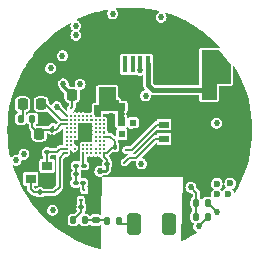
<source format=gtl>
G04 #@! TF.GenerationSoftware,KiCad,Pcbnew,(7.0.0)*
G04 #@! TF.CreationDate,2023-09-09T16:46:02-08:00*
G04 #@! TF.ProjectId,THINGY_2.0,5448494e-4759-45f3-922e-302e6b696361,rev?*
G04 #@! TF.SameCoordinates,Original*
G04 #@! TF.FileFunction,Copper,L1,Top*
G04 #@! TF.FilePolarity,Positive*
%FSLAX46Y46*%
G04 Gerber Fmt 4.6, Leading zero omitted, Abs format (unit mm)*
G04 Created by KiCad (PCBNEW (7.0.0)) date 2023-09-09 16:46:02*
%MOMM*%
%LPD*%
G01*
G04 APERTURE LIST*
G04 Aperture macros list*
%AMRoundRect*
0 Rectangle with rounded corners*
0 $1 Rounding radius*
0 $2 $3 $4 $5 $6 $7 $8 $9 X,Y pos of 4 corners*
0 Add a 4 corners polygon primitive as box body*
4,1,4,$2,$3,$4,$5,$6,$7,$8,$9,$2,$3,0*
0 Add four circle primitives for the rounded corners*
1,1,$1+$1,$2,$3*
1,1,$1+$1,$4,$5*
1,1,$1+$1,$6,$7*
1,1,$1+$1,$8,$9*
0 Add four rect primitives between the rounded corners*
20,1,$1+$1,$2,$3,$4,$5,0*
20,1,$1+$1,$4,$5,$6,$7,0*
20,1,$1+$1,$6,$7,$8,$9,0*
20,1,$1+$1,$8,$9,$2,$3,0*%
G04 Aperture macros list end*
G04 #@! TA.AperFunction,SMDPad,CuDef*
%ADD10RoundRect,0.147500X0.147500X0.172500X-0.147500X0.172500X-0.147500X-0.172500X0.147500X-0.172500X0*%
G04 #@! TD*
G04 #@! TA.AperFunction,SMDPad,CuDef*
%ADD11R,0.250000X0.250000*%
G04 #@! TD*
G04 #@! TA.AperFunction,SMDPad,CuDef*
%ADD12R,0.300000X0.200000*%
G04 #@! TD*
G04 #@! TA.AperFunction,SMDPad,CuDef*
%ADD13RoundRect,0.100000X-0.100000X0.130000X-0.100000X-0.130000X0.100000X-0.130000X0.100000X0.130000X0*%
G04 #@! TD*
G04 #@! TA.AperFunction,SMDPad,CuDef*
%ADD14RoundRect,0.225000X0.225000X0.250000X-0.225000X0.250000X-0.225000X-0.250000X0.225000X-0.250000X0*%
G04 #@! TD*
G04 #@! TA.AperFunction,SMDPad,CuDef*
%ADD15RoundRect,0.225000X-0.225000X-0.250000X0.225000X-0.250000X0.225000X0.250000X-0.225000X0.250000X0*%
G04 #@! TD*
G04 #@! TA.AperFunction,SMDPad,CuDef*
%ADD16RoundRect,0.140000X0.140000X0.170000X-0.140000X0.170000X-0.140000X-0.170000X0.140000X-0.170000X0*%
G04 #@! TD*
G04 #@! TA.AperFunction,SMDPad,CuDef*
%ADD17R,0.850000X0.600000*%
G04 #@! TD*
G04 #@! TA.AperFunction,SMDPad,CuDef*
%ADD18R,0.800000X0.700000*%
G04 #@! TD*
G04 #@! TA.AperFunction,SMDPad,CuDef*
%ADD19RoundRect,0.100000X-0.130000X-0.100000X0.130000X-0.100000X0.130000X0.100000X-0.130000X0.100000X0*%
G04 #@! TD*
G04 #@! TA.AperFunction,SMDPad,CuDef*
%ADD20R,0.450000X1.380000*%
G04 #@! TD*
G04 #@! TA.AperFunction,SMDPad,CuDef*
%ADD21R,1.650000X1.300000*%
G04 #@! TD*
G04 #@! TA.AperFunction,SMDPad,CuDef*
%ADD22R,1.425000X1.550000*%
G04 #@! TD*
G04 #@! TA.AperFunction,SMDPad,CuDef*
%ADD23R,1.800000X1.900000*%
G04 #@! TD*
G04 #@! TA.AperFunction,SMDPad,CuDef*
%ADD24R,1.000000X1.900000*%
G04 #@! TD*
G04 #@! TA.AperFunction,SMDPad,CuDef*
%ADD25RoundRect,0.218750X0.218750X0.256250X-0.218750X0.256250X-0.218750X-0.256250X0.218750X-0.256250X0*%
G04 #@! TD*
G04 #@! TA.AperFunction,SMDPad,CuDef*
%ADD26R,0.550000X0.550000*%
G04 #@! TD*
G04 #@! TA.AperFunction,SMDPad,CuDef*
%ADD27RoundRect,0.276000X0.324000X0.634000X-0.324000X0.634000X-0.324000X-0.634000X0.324000X-0.634000X0*%
G04 #@! TD*
G04 #@! TA.AperFunction,SMDPad,CuDef*
%ADD28C,0.200000*%
G04 #@! TD*
G04 #@! TA.AperFunction,SMDPad,CuDef*
%ADD29RoundRect,0.100000X0.130000X0.100000X-0.130000X0.100000X-0.130000X-0.100000X0.130000X-0.100000X0*%
G04 #@! TD*
G04 #@! TA.AperFunction,SMDPad,CuDef*
%ADD30RoundRect,0.147500X0.172500X-0.147500X0.172500X0.147500X-0.172500X0.147500X-0.172500X-0.147500X0*%
G04 #@! TD*
G04 #@! TA.AperFunction,SMDPad,CuDef*
%ADD31R,0.900000X0.800000*%
G04 #@! TD*
G04 #@! TA.AperFunction,SMDPad,CuDef*
%ADD32RoundRect,0.147500X-0.147500X-0.172500X0.147500X-0.172500X0.147500X0.172500X-0.147500X0.172500X0*%
G04 #@! TD*
G04 #@! TA.AperFunction,ViaPad*
%ADD33C,0.250000*%
G04 #@! TD*
G04 #@! TA.AperFunction,ViaPad*
%ADD34C,0.520000*%
G04 #@! TD*
G04 #@! TA.AperFunction,ViaPad*
%ADD35C,0.600000*%
G04 #@! TD*
G04 #@! TA.AperFunction,ViaPad*
%ADD36C,0.800000*%
G04 #@! TD*
G04 #@! TA.AperFunction,Conductor*
%ADD37C,0.199898*%
G04 #@! TD*
G04 #@! TA.AperFunction,Conductor*
%ADD38C,0.203200*%
G04 #@! TD*
G04 #@! TA.AperFunction,Conductor*
%ADD39C,0.400000*%
G04 #@! TD*
G04 #@! TA.AperFunction,Conductor*
%ADD40C,0.152400*%
G04 #@! TD*
G04 #@! TA.AperFunction,Conductor*
%ADD41C,0.189230*%
G04 #@! TD*
G04 #@! TA.AperFunction,Conductor*
%ADD42C,0.254000*%
G04 #@! TD*
G04 #@! TA.AperFunction,Conductor*
%ADD43C,0.219413*%
G04 #@! TD*
G04 #@! TA.AperFunction,Conductor*
%ADD44C,0.320000*%
G04 #@! TD*
G04 APERTURE END LIST*
D10*
X126724964Y-88704600D03*
X125754964Y-88704600D03*
D11*
X116285999Y-86448999D03*
D12*
X116585999Y-86848999D03*
X116585999Y-87248999D03*
X115985999Y-87248999D03*
X115985999Y-86848999D03*
D13*
X112522000Y-86624200D03*
X112522000Y-87264200D03*
D14*
X112458800Y-81661000D03*
X110908800Y-81661000D03*
D15*
X118249400Y-78384400D03*
X119799400Y-78384400D03*
D16*
X116304000Y-88978600D03*
X115344000Y-88978600D03*
D17*
X123015563Y-82090199D03*
X123015563Y-80890199D03*
D18*
X126790563Y-83240199D03*
X126790563Y-79740199D03*
D19*
X118221800Y-84226400D03*
X118861800Y-84226400D03*
X115386600Y-87865000D03*
X116026600Y-87865000D03*
D20*
X121673799Y-75786599D03*
X121023799Y-75786599D03*
X120373799Y-75786599D03*
X119723799Y-75786599D03*
X119073799Y-75786599D03*
D21*
X123748799Y-73126599D03*
D22*
X122861299Y-75701599D03*
D23*
X121523799Y-73126599D03*
D24*
X118823799Y-73126599D03*
D22*
X117886299Y-75701599D03*
D21*
X116998799Y-73126599D03*
D19*
X119441000Y-79959200D03*
X120081000Y-79959200D03*
X115605600Y-85115400D03*
X116245600Y-85115400D03*
D10*
X126732464Y-87529600D03*
X125762464Y-87529600D03*
D25*
X112623700Y-79184200D03*
X111048700Y-79184200D03*
D26*
X120395999Y-80746599D03*
X119445999Y-80746599D03*
X119445999Y-81696599D03*
X120395999Y-81696599D03*
D13*
X118846600Y-82788800D03*
X118846600Y-83428800D03*
D27*
X120513900Y-89334200D03*
X123433900Y-89334200D03*
D13*
X113563400Y-81315600D03*
X113563400Y-81955600D03*
D28*
X114782200Y-83309400D03*
X114782200Y-82959400D03*
X114782200Y-82609400D03*
X114782200Y-82259400D03*
X114782200Y-81909400D03*
X114782200Y-81559400D03*
X114782200Y-81209400D03*
X114782200Y-80859400D03*
X114782200Y-80509400D03*
X114782200Y-80159400D03*
X115132200Y-82609400D03*
X115132200Y-82259400D03*
X115132200Y-81909400D03*
X115132200Y-81559400D03*
X115132200Y-81209400D03*
X115132200Y-80859400D03*
X115132200Y-80509400D03*
X115132200Y-80159400D03*
X115482200Y-83309400D03*
X115482200Y-82959400D03*
X115482200Y-82259400D03*
X115482200Y-81909400D03*
X115482200Y-81559400D03*
X115482200Y-81209400D03*
X115482200Y-80859400D03*
X115482200Y-80509400D03*
X115482200Y-80159400D03*
X115832200Y-82609400D03*
X115832200Y-82259400D03*
X115832200Y-81909400D03*
X115832200Y-81559400D03*
X115832200Y-81209400D03*
X115832200Y-80859400D03*
X115832200Y-80509400D03*
X115832200Y-80159400D03*
X116182200Y-83309400D03*
X116182200Y-82959400D03*
X116182200Y-82609400D03*
X116182200Y-82259400D03*
X116182200Y-81909400D03*
X116182200Y-81559400D03*
X116182200Y-81209400D03*
X116182200Y-80859400D03*
X116182200Y-80509400D03*
X116182200Y-80159400D03*
X116532200Y-83309400D03*
X116532200Y-82959400D03*
X116532200Y-82609400D03*
X116532200Y-82259400D03*
X116532200Y-81909400D03*
X116532200Y-81559400D03*
X116532200Y-81209400D03*
X116532200Y-80859400D03*
X116532200Y-80509400D03*
X116532200Y-80159400D03*
X116882200Y-83309400D03*
X116882200Y-82959400D03*
X116882200Y-82609400D03*
X116882200Y-82259400D03*
X116882200Y-81909400D03*
X116882200Y-81559400D03*
X116882200Y-81209400D03*
X116882200Y-80859400D03*
X116882200Y-80509400D03*
X116882200Y-80159400D03*
X117232200Y-83309400D03*
X117232200Y-82959400D03*
X117232200Y-82259400D03*
X117232200Y-81909400D03*
X117232200Y-81559400D03*
X117232200Y-81209400D03*
X117232200Y-80859400D03*
X117232200Y-80509400D03*
X117232200Y-80159400D03*
X117582200Y-83309400D03*
X117582200Y-82959400D03*
X117582200Y-82609400D03*
X117582200Y-82259400D03*
X117582200Y-81909400D03*
X117582200Y-81559400D03*
X117582200Y-81209400D03*
X117582200Y-80859400D03*
X117582200Y-80509400D03*
X117582200Y-80159400D03*
X117932200Y-83309400D03*
X117932200Y-82959400D03*
X117932200Y-82609400D03*
X117932200Y-82259400D03*
X117932200Y-81909400D03*
X117932200Y-81559400D03*
X117932200Y-81209400D03*
X117932200Y-80859400D03*
X117927200Y-80514400D03*
X117932200Y-80159400D03*
D19*
X115589800Y-84359800D03*
X116229800Y-84359800D03*
D29*
X113089964Y-83204600D03*
X112449964Y-83204600D03*
X116179000Y-85833000D03*
X115539000Y-85833000D03*
D30*
X117246400Y-89946200D03*
X117246400Y-88976200D03*
D31*
X113134599Y-84370999D03*
X111734599Y-84370999D03*
X111734599Y-85470999D03*
X113134599Y-85470999D03*
D32*
X110919400Y-80403400D03*
X111889400Y-80403400D03*
D15*
X115252200Y-78384400D03*
X116802200Y-78384400D03*
D10*
X119204600Y-89029400D03*
X118234600Y-89029400D03*
D33*
X117934964Y-81574600D03*
D34*
X121104964Y-84204600D03*
X114414964Y-75054600D03*
X113424964Y-76134600D03*
D33*
X117584964Y-82614600D03*
D34*
X117564964Y-75154600D03*
X124860164Y-86999400D03*
X114639964Y-87904600D03*
X122167764Y-85018200D03*
X124936364Y-82122600D03*
D35*
X115044964Y-76774600D03*
D34*
X124885564Y-88167800D03*
D35*
X124389964Y-72629600D03*
X125989964Y-73554600D03*
D33*
X115139964Y-81204600D03*
D34*
X114496964Y-89006000D03*
X118564964Y-80179600D03*
X130014964Y-82304600D03*
X110139964Y-81204600D03*
D35*
X123014964Y-75604600D03*
D34*
X117239964Y-85754600D03*
X129664964Y-78354600D03*
X124250564Y-81106600D03*
X130014964Y-83154600D03*
X114814964Y-84579600D03*
X121044964Y-85004600D03*
X121177164Y-79176200D03*
D35*
X122789964Y-76879600D03*
D34*
X116539964Y-81129600D03*
X121789964Y-71654600D03*
X116839964Y-75154600D03*
X119839964Y-77429600D03*
X117214764Y-87913800D03*
X124910964Y-89488600D03*
X125489964Y-81129600D03*
D35*
X125164964Y-73079600D03*
D34*
X111164964Y-78129600D03*
X115106564Y-86897800D03*
X110764964Y-84779600D03*
X114852564Y-85907200D03*
X112814964Y-85804600D03*
X116164964Y-81929600D03*
X117240164Y-86770800D03*
X113214964Y-87304600D03*
X116376564Y-89996600D03*
X119983364Y-84992800D03*
X120614964Y-71529600D03*
X118889964Y-84979600D03*
D33*
X117595764Y-80497000D03*
D34*
X117764964Y-71729600D03*
X117265564Y-90860200D03*
X123386964Y-85043600D03*
X129789964Y-79204600D03*
D33*
X117576600Y-81203800D03*
X120218200Y-80924400D03*
D35*
X128639964Y-85879600D03*
D34*
X118689964Y-71504600D03*
D35*
X127489964Y-85904600D03*
D34*
X115564964Y-73329600D03*
X122789964Y-71804600D03*
X111164964Y-83404600D03*
D35*
X128439964Y-86729600D03*
D33*
X115138200Y-79529600D03*
D34*
X115564964Y-72529600D03*
D33*
X115138200Y-80873600D03*
D35*
X127489964Y-86804600D03*
D34*
X115921000Y-77490636D03*
X113604964Y-88164600D03*
D33*
X115138200Y-82600800D03*
D34*
X110514964Y-83904600D03*
X118454964Y-79324600D03*
X117589964Y-84854600D03*
X114489964Y-77429600D03*
X121479364Y-78439600D03*
D33*
X115468400Y-80518000D03*
X115824000Y-80518000D03*
D36*
X126841364Y-75163000D03*
X127314964Y-76944600D03*
X127834964Y-75854600D03*
D33*
X116514964Y-83304600D03*
X119678564Y-84103800D03*
X116204964Y-82964600D03*
X119805564Y-83037000D03*
X113614200Y-81076800D03*
X115468400Y-82956400D03*
D34*
X113944964Y-79394600D03*
X127473714Y-88270850D03*
X125952364Y-89514000D03*
X127489964Y-80779600D03*
X120989964Y-76279600D03*
D33*
X117595764Y-82275000D03*
X117595764Y-81919400D03*
X114782600Y-82270600D03*
X117589964Y-82954600D03*
X114782600Y-82626200D03*
X117240164Y-82960800D03*
X116890800Y-80518000D03*
X115468400Y-80873600D03*
X114782600Y-81915000D03*
X114782600Y-81203800D03*
D34*
X125304664Y-86199300D03*
D33*
X115131964Y-82254600D03*
D37*
X120664664Y-83714600D02*
X122289064Y-82090200D01*
X122289064Y-82090200D02*
X123015564Y-82090200D01*
X120067764Y-83714600D02*
X120664664Y-83714600D01*
X119678564Y-84103800D02*
X120067764Y-83714600D01*
D38*
X114017400Y-79394600D02*
X114782200Y-80159400D01*
X113944964Y-79394600D02*
X114017400Y-79394600D01*
X116426964Y-89946200D02*
X116376564Y-89996600D01*
X116489964Y-76579600D02*
X116802200Y-76891836D01*
D39*
X118823800Y-73126600D02*
X116998800Y-73126600D01*
D40*
X117161964Y-86849000D02*
X117240164Y-86770800D01*
D38*
X115044964Y-76774600D02*
X115239964Y-76579600D01*
X111734600Y-84209964D02*
X112449964Y-83494600D01*
D41*
X116600764Y-85115400D02*
X117239964Y-85754600D01*
D38*
X120396000Y-81696600D02*
X120562964Y-81696600D01*
X110596364Y-81661000D02*
X110139964Y-81204600D01*
D39*
X129528564Y-79740200D02*
X129789964Y-79478800D01*
X121523800Y-73126600D02*
X121523800Y-72438436D01*
D42*
X123748800Y-73126600D02*
X125117964Y-73126600D01*
D40*
X115832200Y-83011164D02*
X115832200Y-82609400D01*
D42*
X125117964Y-73126600D02*
X125164964Y-73079600D01*
D38*
X111734600Y-84371000D02*
X111173564Y-84371000D01*
X119799400Y-77470164D02*
X119839964Y-77429600D01*
D40*
X118544764Y-80159400D02*
X118564964Y-80179600D01*
D38*
X119799400Y-78384400D02*
X119799400Y-77470164D01*
X111734600Y-84371000D02*
X111734600Y-84209964D01*
X118846600Y-84211200D02*
X118861800Y-84226400D01*
D39*
X117386964Y-75701600D02*
X116839964Y-75154600D01*
X117886300Y-75701600D02*
X117386964Y-75701600D01*
D40*
X115832200Y-80859400D02*
X115832200Y-82259400D01*
D39*
X126790564Y-79740200D02*
X129528564Y-79740200D01*
D38*
X115239964Y-76579600D02*
X116489964Y-76579600D01*
D40*
X116882200Y-80859400D02*
X115832200Y-80859400D01*
D41*
X115386600Y-87865000D02*
X114679564Y-87865000D01*
X116245600Y-85115400D02*
X116600764Y-85115400D01*
D38*
X118861800Y-84226400D02*
X118861800Y-84951436D01*
D39*
X119073800Y-75786600D02*
X117971300Y-75786600D01*
D40*
X115155364Y-86849000D02*
X115106564Y-86897800D01*
D39*
X116998800Y-72495764D02*
X117764964Y-71729600D01*
D38*
X111173564Y-84371000D02*
X110764964Y-84779600D01*
D43*
X113563400Y-81955600D02*
X113513964Y-81955600D01*
D38*
X120793364Y-79176200D02*
X120081000Y-79888564D01*
D39*
X126790564Y-83240200D02*
X126790564Y-79740200D01*
X116998800Y-73126600D02*
X116998800Y-72495764D01*
D42*
X123748800Y-73126600D02*
X123892964Y-73126600D01*
D38*
X121354964Y-80904600D02*
X121354964Y-79354000D01*
X121354964Y-79354000D02*
X121177164Y-79176200D01*
X113174564Y-87264200D02*
X113239964Y-87329600D01*
D40*
X115482200Y-83309400D02*
X115533964Y-83309400D01*
D38*
X112522000Y-87264200D02*
X113174564Y-87264200D01*
D40*
X115832200Y-82609400D02*
X115832200Y-82259400D01*
D42*
X123892964Y-73126600D02*
X124389964Y-72629600D01*
D38*
X120562964Y-81696600D02*
X121354964Y-80904600D01*
D43*
X112449964Y-83019600D02*
X112449964Y-83204600D01*
D40*
X115482200Y-82259400D02*
X115832200Y-82259400D01*
D41*
X116586000Y-86849000D02*
X117161964Y-86849000D01*
D38*
X118861800Y-84951436D02*
X118889964Y-84979600D01*
X117246400Y-89946200D02*
X116426964Y-89946200D01*
D40*
X117932200Y-80159400D02*
X118544764Y-80159400D01*
D38*
X112449964Y-83494600D02*
X112449964Y-83204600D01*
D43*
X113513964Y-81955600D02*
X112449964Y-83019600D01*
D38*
X120081000Y-79888564D02*
X120081000Y-79959200D01*
D41*
X115986000Y-86849000D02*
X115155364Y-86849000D01*
D38*
X113134600Y-85484964D02*
X112814964Y-85804600D01*
X110908800Y-81661000D02*
X110596364Y-81661000D01*
D40*
X116882200Y-82259400D02*
X116882200Y-80859400D01*
D38*
X114679564Y-87865000D02*
X114639964Y-87904600D01*
X121177164Y-79176200D02*
X120793364Y-79176200D01*
X118846600Y-83428800D02*
X118846600Y-84211200D01*
D39*
X129789964Y-79478800D02*
X129789964Y-79204600D01*
X117971300Y-75786600D02*
X117886300Y-75701600D01*
D41*
X116586000Y-87249000D02*
X116586000Y-86849000D01*
D39*
X121523800Y-72438436D02*
X120614964Y-71529600D01*
D38*
X116802200Y-76891836D02*
X116802200Y-78384400D01*
X113134600Y-85471000D02*
X113134600Y-85484964D01*
D40*
X115832200Y-82259400D02*
X116882200Y-82259400D01*
D39*
X121523800Y-73126600D02*
X121523800Y-71920764D01*
X121523800Y-71920764D02*
X121789964Y-71654600D01*
D40*
X115533964Y-83309400D02*
X115832200Y-83011164D01*
D38*
X115138200Y-79502000D02*
X115252200Y-79388000D01*
X118008400Y-79451200D02*
X118008400Y-78625400D01*
X118161564Y-83309400D02*
X118682164Y-82788800D01*
X118485400Y-81909400D02*
X118872000Y-82296000D01*
X119441000Y-79959200D02*
X119441000Y-80741600D01*
X117232200Y-80159400D02*
X117232200Y-79668600D01*
X117932200Y-83596836D02*
X118221800Y-83886436D01*
X118008400Y-78625400D02*
X118249400Y-78384400D01*
X117232200Y-79668600D02*
X117449600Y-79451200D01*
D42*
X118064964Y-84854600D02*
X118221800Y-84697764D01*
D38*
X115252200Y-79388000D02*
X115252200Y-78384400D01*
D44*
X114489964Y-77622164D02*
X115252200Y-78384400D01*
X114489964Y-77429600D02*
X114489964Y-77622164D01*
D38*
X118682164Y-82788800D02*
X118846600Y-82788800D01*
X119441000Y-80741600D02*
X119446000Y-80746600D01*
X118221800Y-83886436D02*
X118221800Y-84226400D01*
X117582200Y-80159400D02*
X117582200Y-79750400D01*
X117932200Y-83309400D02*
X117932200Y-83596836D01*
X117932200Y-81909400D02*
X118485400Y-81909400D01*
X117881400Y-79451200D02*
X118008400Y-79451200D01*
D42*
X117589964Y-84854600D02*
X118064964Y-84854600D01*
D38*
X117582200Y-79750400D02*
X117881400Y-79451200D01*
D42*
X118221800Y-84697764D02*
X118221800Y-84226400D01*
D38*
X117932200Y-83309400D02*
X118161564Y-83309400D01*
X117449600Y-79451200D02*
X118008400Y-79451200D01*
X118872000Y-82296000D02*
X118872000Y-82814200D01*
D41*
X115605600Y-85115400D02*
X115605600Y-85766400D01*
X115589800Y-84359800D02*
X115589800Y-85099600D01*
D38*
X115589800Y-85099600D02*
X115605600Y-85115400D01*
X115605600Y-85766400D02*
X115539000Y-85833000D01*
D41*
X119509400Y-89334200D02*
X120513900Y-89334200D01*
X119204600Y-89029400D02*
X119509400Y-89334200D01*
D39*
X121673800Y-75786600D02*
X121673800Y-77564636D01*
X122091564Y-77982400D02*
X126739764Y-77982400D01*
X121673800Y-77564636D02*
X122091564Y-77982400D01*
D37*
X119805564Y-83037000D02*
X120288164Y-83037000D01*
X122434964Y-80890200D02*
X123015564Y-80890200D01*
X120288164Y-83037000D02*
X122434964Y-80890200D01*
D38*
X114782200Y-80859400D02*
X114339600Y-80859400D01*
X112458800Y-81661000D02*
X112804200Y-81315600D01*
X111889400Y-81091600D02*
X112458800Y-81661000D01*
X111889400Y-80403400D02*
X111889400Y-81091600D01*
X112804200Y-81315600D02*
X113563400Y-81315600D01*
X114339600Y-80859400D02*
X113883400Y-81315600D01*
X113883400Y-81315600D02*
X113563400Y-81315600D01*
X113563400Y-81127600D02*
X113614200Y-81076800D01*
X113563400Y-81315600D02*
X113563400Y-81127600D01*
X114189964Y-83704600D02*
X114189964Y-86154600D01*
X111734600Y-86324236D02*
X112034564Y-86624200D01*
X114782200Y-83309400D02*
X114585164Y-83309400D01*
X114585164Y-83309400D02*
X114189964Y-83704600D01*
X114189964Y-86154600D02*
X113720364Y-86624200D01*
X112034564Y-86624200D02*
X112522000Y-86624200D01*
X113720364Y-86624200D02*
X112522000Y-86624200D01*
X111734600Y-85471000D02*
X111734600Y-86324236D01*
X114210164Y-82959400D02*
X113964964Y-83204600D01*
X113964964Y-83204600D02*
X113089964Y-83204600D01*
X114782200Y-82959400D02*
X114210164Y-82959400D01*
X113089964Y-84326364D02*
X113089964Y-83204600D01*
X113134600Y-84371000D02*
X113089964Y-84326364D01*
X127473714Y-88270850D02*
X126732464Y-87529600D01*
X126724964Y-88704600D02*
X126724964Y-88741400D01*
X126724964Y-88741400D02*
X125952364Y-89514000D01*
D41*
X116304000Y-88978600D02*
X117244000Y-88978600D01*
X117246400Y-88976200D02*
X118181400Y-88976200D01*
D38*
X118181400Y-88976200D02*
X118234600Y-89029400D01*
X117244000Y-88978600D02*
X117246400Y-88976200D01*
D41*
X115986000Y-87249000D02*
X115986000Y-87824400D01*
X116026600Y-88296000D02*
X115344000Y-88978600D01*
D38*
X115986000Y-87824400D02*
X116026600Y-87865000D01*
D41*
X116026600Y-87865000D02*
X116026600Y-88296000D01*
X116182200Y-83309400D02*
X116182200Y-84312200D01*
D38*
X116182200Y-84312200D02*
X116229800Y-84359800D01*
D41*
X116179000Y-86342000D02*
X116286000Y-86449000D01*
X116179000Y-85833000D02*
X116179000Y-86342000D01*
D38*
X111048700Y-80274100D02*
X110919400Y-80403400D01*
X111048700Y-79184200D02*
X111048700Y-80274100D01*
X114782200Y-80509400D02*
X114266000Y-80509400D01*
X114266000Y-80509400D02*
X112940800Y-79184200D01*
X112940800Y-79184200D02*
X112623700Y-79184200D01*
X125704964Y-88454600D02*
X125704964Y-87287100D01*
X125749164Y-87516300D02*
X125762464Y-87529600D01*
X125304664Y-86199300D02*
X125749164Y-86643800D01*
X125749164Y-86643800D02*
X125749164Y-87516300D01*
G04 #@! TA.AperFunction,Conductor*
G36*
X127652968Y-74581259D02*
G01*
X127661491Y-74588142D01*
X128664963Y-75867569D01*
X128670164Y-75882627D01*
X128670164Y-77399200D01*
X128663017Y-77416453D01*
X128645764Y-77423600D01*
X127476364Y-77423600D01*
X127476364Y-77428453D01*
X127476364Y-78770800D01*
X127469217Y-78788053D01*
X127451964Y-78795200D01*
X126230764Y-78795200D01*
X126213511Y-78788053D01*
X126206364Y-78770800D01*
X126206364Y-74603200D01*
X126213511Y-74585947D01*
X126230764Y-74578800D01*
X127642292Y-74578800D01*
X127652968Y-74581259D01*
G37*
G04 #@! TD.AperFunction*
G04 #@! TA.AperFunction,Conductor*
G36*
X116372626Y-80767777D02*
G01*
X116379632Y-80773656D01*
X116479214Y-80809900D01*
X116583084Y-80809900D01*
X116585186Y-80809900D01*
X116674764Y-80777296D01*
X116687138Y-80776215D01*
X116698397Y-80781465D01*
X116723932Y-80802892D01*
X116723933Y-80802892D01*
X116725539Y-80804240D01*
X116833406Y-80843500D01*
X116904122Y-80843500D01*
X116919549Y-80849115D01*
X116927757Y-80863332D01*
X116945466Y-80963763D01*
X116946513Y-80965576D01*
X116946514Y-80965579D01*
X116979319Y-81022399D01*
X116982534Y-81034399D01*
X116979319Y-81046399D01*
X116946514Y-81103220D01*
X116946512Y-81103224D01*
X116945466Y-81105037D01*
X116945102Y-81107101D01*
X116945101Y-81107104D01*
X116935803Y-81159840D01*
X116927064Y-81209400D01*
X116927429Y-81211470D01*
X116935833Y-81259135D01*
X116945466Y-81313763D01*
X116946513Y-81315576D01*
X116946514Y-81315579D01*
X116979319Y-81372399D01*
X116982534Y-81384399D01*
X116979319Y-81396399D01*
X116946514Y-81453220D01*
X116946512Y-81453224D01*
X116945466Y-81455037D01*
X116945102Y-81457101D01*
X116945101Y-81457104D01*
X116927541Y-81556693D01*
X116927064Y-81559400D01*
X116945466Y-81663763D01*
X116946513Y-81665576D01*
X116946514Y-81665579D01*
X116979319Y-81722400D01*
X116982534Y-81734400D01*
X116979319Y-81746400D01*
X116946514Y-81803220D01*
X116946512Y-81803224D01*
X116945466Y-81805037D01*
X116945102Y-81807101D01*
X116945101Y-81807104D01*
X116927541Y-81906693D01*
X116927064Y-81909400D01*
X116927429Y-81911470D01*
X116941018Y-81988540D01*
X116945466Y-82013763D01*
X116946513Y-82015576D01*
X116946514Y-82015579D01*
X116979319Y-82072400D01*
X116982534Y-82084400D01*
X116979319Y-82096400D01*
X116946514Y-82153220D01*
X116946512Y-82153224D01*
X116945466Y-82155037D01*
X116945102Y-82157101D01*
X116945101Y-82157104D01*
X116935919Y-82209181D01*
X116927064Y-82259400D01*
X116927429Y-82261470D01*
X116930825Y-82280733D01*
X116929227Y-82294406D01*
X116920378Y-82304952D01*
X116907190Y-82308900D01*
X116829214Y-82308900D01*
X116827243Y-82309617D01*
X116827239Y-82309618D01*
X116731601Y-82344427D01*
X116731599Y-82344427D01*
X116729632Y-82345144D01*
X116728030Y-82346487D01*
X116728025Y-82346491D01*
X116722626Y-82351022D01*
X116707200Y-82356636D01*
X116691774Y-82351022D01*
X116686374Y-82346491D01*
X116686371Y-82346489D01*
X116684768Y-82345144D01*
X116681998Y-82344135D01*
X116587160Y-82309618D01*
X116587157Y-82309617D01*
X116585186Y-82308900D01*
X116479214Y-82308900D01*
X116477243Y-82309617D01*
X116477239Y-82309618D01*
X116381601Y-82344427D01*
X116381599Y-82344427D01*
X116379632Y-82345144D01*
X116378030Y-82346487D01*
X116378025Y-82346491D01*
X116372626Y-82351022D01*
X116357200Y-82356636D01*
X116341774Y-82351022D01*
X116336374Y-82346491D01*
X116336371Y-82346489D01*
X116334768Y-82345144D01*
X116331998Y-82344135D01*
X116237160Y-82309618D01*
X116237157Y-82309617D01*
X116235186Y-82308900D01*
X116129214Y-82308900D01*
X116127243Y-82309617D01*
X116127239Y-82309618D01*
X116031601Y-82344427D01*
X116031599Y-82344427D01*
X116029632Y-82345144D01*
X116028030Y-82346487D01*
X116028025Y-82346491D01*
X115989521Y-82378800D01*
X115964564Y-82378800D01*
X115964564Y-82399742D01*
X115950060Y-82411912D01*
X115950057Y-82411914D01*
X115948452Y-82413262D01*
X115947405Y-82415075D01*
X115947402Y-82415079D01*
X115896514Y-82503220D01*
X115896512Y-82503224D01*
X115895466Y-82505037D01*
X115895102Y-82507101D01*
X115895101Y-82507104D01*
X115892183Y-82523656D01*
X115877064Y-82609400D01*
X115877429Y-82611470D01*
X115887777Y-82670160D01*
X115895466Y-82713763D01*
X115896513Y-82715576D01*
X115896514Y-82715579D01*
X115919042Y-82754600D01*
X115727746Y-82754600D01*
X115721594Y-82743945D01*
X115687789Y-82715579D01*
X115635267Y-82671507D01*
X115635264Y-82671505D01*
X115633661Y-82670160D01*
X115614964Y-82663355D01*
X115614964Y-82379600D01*
X115435650Y-82379600D01*
X115442552Y-82367645D01*
X115462485Y-82254600D01*
X115459569Y-82238068D01*
X115461168Y-82224394D01*
X115470017Y-82213848D01*
X115483205Y-82209900D01*
X115533084Y-82209900D01*
X115535186Y-82209900D01*
X115634768Y-82173656D01*
X115715948Y-82105538D01*
X115768934Y-82013763D01*
X115787336Y-81909400D01*
X115768934Y-81805037D01*
X115767884Y-81803219D01*
X115767883Y-81803215D01*
X115735080Y-81746400D01*
X115731864Y-81734400D01*
X115735080Y-81722400D01*
X115767883Y-81665584D01*
X115767883Y-81665582D01*
X115768934Y-81663763D01*
X115787336Y-81559400D01*
X115768934Y-81455037D01*
X115767884Y-81453219D01*
X115767883Y-81453215D01*
X115735079Y-81396398D01*
X115731863Y-81384398D01*
X115735077Y-81372402D01*
X115768934Y-81313763D01*
X115787336Y-81209400D01*
X115768934Y-81105037D01*
X115746712Y-81066547D01*
X115743497Y-81054547D01*
X115746713Y-81042547D01*
X115777937Y-80988466D01*
X115777937Y-80988464D01*
X115778988Y-80986645D01*
X115798921Y-80873600D01*
X115798556Y-80871530D01*
X115798556Y-80869433D01*
X115798841Y-80869433D01*
X115800177Y-80857995D01*
X115809026Y-80847449D01*
X115822215Y-80843500D01*
X115879292Y-80843500D01*
X115881394Y-80843500D01*
X115989261Y-80804240D01*
X116016282Y-80781565D01*
X116027539Y-80776316D01*
X116039912Y-80777397D01*
X116129214Y-80809900D01*
X116233084Y-80809900D01*
X116235186Y-80809900D01*
X116334768Y-80773656D01*
X116341773Y-80767777D01*
X116357200Y-80762163D01*
X116372626Y-80767777D01*
G37*
G04 #@! TD.AperFunction*
G04 #@! TA.AperFunction,Conductor*
G36*
X118957935Y-77736629D02*
G01*
X118964964Y-77753600D01*
X118964964Y-78804600D01*
X119168047Y-78804600D01*
X119184231Y-78810878D01*
X119191948Y-78826427D01*
X119214964Y-79079600D01*
X119715654Y-79079600D01*
X119727743Y-79082867D01*
X119736540Y-79091778D01*
X119739652Y-79103908D01*
X119732742Y-79642851D01*
X119725715Y-79659513D01*
X119700366Y-79684862D01*
X119700363Y-79684865D01*
X119698794Y-79686435D01*
X119697897Y-79688465D01*
X119697895Y-79688469D01*
X119654144Y-79787557D01*
X119653415Y-79789209D01*
X119653207Y-79790993D01*
X119653206Y-79791001D01*
X119650580Y-79813644D01*
X119650500Y-79814335D01*
X119650500Y-79815028D01*
X119650500Y-79815029D01*
X119650500Y-80103369D01*
X119650500Y-80103386D01*
X119650501Y-80104064D01*
X119653415Y-80129191D01*
X119654142Y-80130837D01*
X119654143Y-80130841D01*
X119697895Y-80229930D01*
X119698794Y-80231965D01*
X119700365Y-80233536D01*
X119717698Y-80250869D01*
X119722959Y-80258798D01*
X119724725Y-80268148D01*
X119715268Y-81005908D01*
X119708131Y-81022679D01*
X119691270Y-81029600D01*
X119138964Y-81029600D01*
X119121993Y-81022571D01*
X119114964Y-81005600D01*
X119114964Y-79759373D01*
X119114964Y-79754600D01*
X119110191Y-79754600D01*
X118755528Y-79754600D01*
X118748766Y-79753628D01*
X118632821Y-79719583D01*
X118632816Y-79719582D01*
X118631174Y-79719100D01*
X118498754Y-79719100D01*
X118497111Y-79719582D01*
X118497106Y-79719583D01*
X118381162Y-79753628D01*
X118374400Y-79754600D01*
X117694737Y-79754600D01*
X117689964Y-79754600D01*
X117689964Y-79759373D01*
X117689964Y-79971533D01*
X117686749Y-79983533D01*
X117646514Y-80053220D01*
X117646512Y-80053224D01*
X117645466Y-80055037D01*
X117645102Y-80057101D01*
X117645101Y-80057104D01*
X117628427Y-80151668D01*
X117620219Y-80165885D01*
X117604792Y-80171500D01*
X117538370Y-80171500D01*
X117536399Y-80172217D01*
X117536395Y-80172218D01*
X117432473Y-80210043D01*
X117432471Y-80210043D01*
X117430504Y-80210760D01*
X117428900Y-80212105D01*
X117428898Y-80212107D01*
X117398700Y-80237445D01*
X117387441Y-80242694D01*
X117375066Y-80241612D01*
X117287160Y-80209618D01*
X117287157Y-80209617D01*
X117285186Y-80208900D01*
X117207209Y-80208900D01*
X117194021Y-80204952D01*
X117185172Y-80194406D01*
X117183574Y-80180732D01*
X117186971Y-80161470D01*
X117187336Y-80159400D01*
X117168934Y-80055037D01*
X117162207Y-80043385D01*
X117118179Y-79967126D01*
X117114964Y-79955126D01*
X117114964Y-79253600D01*
X117121993Y-79236629D01*
X117138964Y-79229600D01*
X117485191Y-79229600D01*
X117489964Y-79229600D01*
X117489964Y-77753600D01*
X117496993Y-77736629D01*
X117513964Y-77729600D01*
X118940964Y-77729600D01*
X118957935Y-77736629D01*
G37*
G04 #@! TD.AperFunction*
G04 #@! TA.AperFunction,Conductor*
G36*
X115920552Y-82757216D02*
G01*
X115927116Y-82781715D01*
X115920552Y-82806214D01*
X115896518Y-82847843D01*
X115896516Y-82847847D01*
X115894376Y-82851555D01*
X115893632Y-82855772D01*
X115893630Y-82855779D01*
X115885659Y-82900981D01*
X115868900Y-82930008D01*
X115837403Y-82941471D01*
X115805907Y-82930007D01*
X115789149Y-82900980D01*
X115778988Y-82843355D01*
X115727746Y-82754600D01*
X115919042Y-82754600D01*
X115920552Y-82757216D01*
G37*
G04 #@! TD.AperFunction*
G04 #@! TA.AperFunction,Conductor*
G36*
X115614964Y-82663355D02*
G01*
X115537883Y-82635300D01*
X115525794Y-82630900D01*
X115521505Y-82630900D01*
X115515145Y-82630900D01*
X115483648Y-82619436D01*
X115466889Y-82590409D01*
X115461509Y-82559900D01*
X115448788Y-82487755D01*
X115425141Y-82446798D01*
X115418577Y-82422299D01*
X115425141Y-82397800D01*
X115435649Y-82379600D01*
X115614964Y-82379600D01*
X115614964Y-82663355D01*
G37*
G04 #@! TD.AperFunction*
G04 #@! TA.AperFunction,Conductor*
G36*
X115964564Y-82399741D02*
G01*
X115964564Y-82378800D01*
X115989521Y-82378800D01*
X115964564Y-82399741D01*
G37*
G04 #@! TD.AperFunction*
G04 #@! TA.AperFunction,Conductor*
G36*
X118608387Y-79926585D02*
G01*
X118690870Y-79950804D01*
X118719527Y-79957037D01*
X118726289Y-79958009D01*
X118755528Y-79960100D01*
X118860464Y-79960100D01*
X118895112Y-79974452D01*
X118909464Y-80009100D01*
X118909464Y-81005600D01*
X118909931Y-81007950D01*
X118909932Y-81007956D01*
X118919025Y-81053673D01*
X118925104Y-81084236D01*
X118926024Y-81086458D01*
X118926025Y-81086460D01*
X118931211Y-81098983D01*
X118931214Y-81098990D01*
X118932133Y-81101207D01*
X118933467Y-81103203D01*
X118933470Y-81103209D01*
X118969699Y-81157429D01*
X118976683Y-81167881D01*
X118980694Y-81170561D01*
X119023109Y-81198902D01*
X119041156Y-81220892D01*
X119043945Y-81249202D01*
X119030536Y-81274291D01*
X119030459Y-81274367D01*
X119026448Y-81277048D01*
X119023767Y-81281059D01*
X119023766Y-81281061D01*
X118984815Y-81339354D01*
X118984813Y-81339357D01*
X118982133Y-81343369D01*
X118981191Y-81348100D01*
X118981190Y-81348105D01*
X118970970Y-81399485D01*
X118970969Y-81399493D01*
X118970500Y-81401852D01*
X118970500Y-81404262D01*
X118970500Y-81848970D01*
X118956148Y-81883618D01*
X118921500Y-81897970D01*
X118886852Y-81883618D01*
X118738765Y-81735531D01*
X118734311Y-81730413D01*
X118732680Y-81728253D01*
X118730657Y-81724190D01*
X118727302Y-81721131D01*
X118727301Y-81721130D01*
X118694914Y-81691606D01*
X118693277Y-81690043D01*
X118680824Y-81677590D01*
X118679223Y-81675989D01*
X118677362Y-81674714D01*
X118677351Y-81674705D01*
X118676233Y-81673940D01*
X118670914Y-81669728D01*
X118647190Y-81648100D01*
X118632507Y-81642412D01*
X118622520Y-81637147D01*
X118613284Y-81630820D01*
X118613283Y-81630819D01*
X118609538Y-81628254D01*
X118605119Y-81627214D01*
X118605118Y-81627214D01*
X118578285Y-81620902D01*
X118571807Y-81618896D01*
X118556418Y-81612935D01*
X118541872Y-81607300D01*
X118537328Y-81607300D01*
X118526131Y-81607300D01*
X118514912Y-81605998D01*
X118504017Y-81603435D01*
X118504015Y-81603434D01*
X118499594Y-81602395D01*
X118495097Y-81603022D01*
X118495094Y-81603022D01*
X118467800Y-81606830D01*
X118461030Y-81607300D01*
X118312367Y-81607300D01*
X118280870Y-81595836D01*
X118264111Y-81566809D01*
X118263957Y-81565937D01*
X118245552Y-81461555D01*
X118203724Y-81389106D01*
X118197159Y-81364605D01*
X118203723Y-81340108D01*
X118218934Y-81313763D01*
X118237336Y-81209400D01*
X118218934Y-81105037D01*
X118192295Y-81058898D01*
X118185731Y-81034400D01*
X118192295Y-81009901D01*
X118218934Y-80963763D01*
X118237336Y-80859400D01*
X118218934Y-80755037D01*
X118191240Y-80707069D01*
X118184675Y-80682569D01*
X118191239Y-80658070D01*
X118213934Y-80618763D01*
X118232336Y-80514400D01*
X118213934Y-80410037D01*
X118160948Y-80318262D01*
X118157664Y-80315506D01*
X118157663Y-80315505D01*
X118083050Y-80252898D01*
X118079768Y-80250144D01*
X118075742Y-80248678D01*
X118075741Y-80248678D01*
X117998754Y-80220658D01*
X117980186Y-80213900D01*
X117975897Y-80213900D01*
X117935592Y-80213900D01*
X117900944Y-80199548D01*
X117886592Y-80164900D01*
X117886592Y-80163619D01*
X117887336Y-80159400D01*
X117885044Y-80146400D01*
X117884300Y-80137892D01*
X117884300Y-80046704D01*
X117885969Y-80034023D01*
X117886059Y-80033686D01*
X117888463Y-80024714D01*
X117891360Y-80002704D01*
X117907633Y-79972260D01*
X117939941Y-79960100D01*
X118373516Y-79960100D01*
X118374400Y-79960100D01*
X118403639Y-79958009D01*
X118410401Y-79957037D01*
X118439058Y-79950804D01*
X118521540Y-79926585D01*
X118535346Y-79924600D01*
X118594582Y-79924600D01*
X118608387Y-79926585D01*
G37*
G04 #@! TD.AperFunction*
G04 #@! TA.AperFunction,Conductor*
G36*
X120460929Y-70982512D02*
G01*
X120520050Y-70986158D01*
X121095554Y-71021654D01*
X121098527Y-71021929D01*
X121729578Y-71100071D01*
X121732521Y-71100528D01*
X122357558Y-71217367D01*
X122360475Y-71218006D01*
X122613039Y-71281529D01*
X122639433Y-71298544D01*
X122650078Y-71328088D01*
X122640600Y-71358027D01*
X122614894Y-71376064D01*
X122600057Y-71380420D01*
X122600052Y-71380421D01*
X122596698Y-71381407D01*
X122593755Y-71383297D01*
X122593749Y-71383301D01*
X122488248Y-71451104D01*
X122488246Y-71451105D01*
X122485300Y-71452999D01*
X122483009Y-71455641D01*
X122483004Y-71455647D01*
X122400878Y-71550425D01*
X122400874Y-71550430D01*
X122398583Y-71553075D01*
X122397126Y-71556264D01*
X122397126Y-71556265D01*
X122396137Y-71558432D01*
X122343574Y-71673528D01*
X122343075Y-71676993D01*
X122343075Y-71676996D01*
X122331318Y-71758774D01*
X122324729Y-71804600D01*
X122343574Y-71935672D01*
X122398583Y-72056125D01*
X122400876Y-72058772D01*
X122400878Y-72058774D01*
X122483004Y-72153552D01*
X122483006Y-72153554D01*
X122485300Y-72156201D01*
X122596698Y-72227793D01*
X122723754Y-72265100D01*
X122852670Y-72265100D01*
X122856174Y-72265100D01*
X122983230Y-72227793D01*
X123094628Y-72156201D01*
X123181345Y-72056125D01*
X123236354Y-71935672D01*
X123255199Y-71804600D01*
X123236354Y-71673528D01*
X123181345Y-71553075D01*
X123157640Y-71525718D01*
X123145778Y-71496852D01*
X123153750Y-71466679D01*
X123178322Y-71447438D01*
X123209524Y-71446936D01*
X123585915Y-71566674D01*
X123588754Y-71567675D01*
X124181642Y-71797361D01*
X124184421Y-71798537D01*
X124762043Y-72064285D01*
X124764745Y-72065630D01*
X125324924Y-72366439D01*
X125327537Y-72367948D01*
X125868120Y-72702663D01*
X125870636Y-72704330D01*
X126085902Y-72856713D01*
X126389609Y-73071703D01*
X126392001Y-73073510D01*
X126877087Y-73463858D01*
X126887364Y-73472128D01*
X126889656Y-73474092D01*
X127359522Y-73902432D01*
X127361689Y-73904532D01*
X127744058Y-74298862D01*
X127757478Y-74326708D01*
X127751558Y-74357047D01*
X127728655Y-74377805D01*
X127697882Y-74380723D01*
X127688417Y-74378543D01*
X127687054Y-74378388D01*
X127687042Y-74378386D01*
X127643671Y-74373456D01*
X127643657Y-74373455D01*
X127642292Y-74373300D01*
X126230764Y-74373300D01*
X126228404Y-74373769D01*
X126228398Y-74373770D01*
X126154479Y-74388474D01*
X126154468Y-74388477D01*
X126152117Y-74388945D01*
X126149899Y-74389863D01*
X126149895Y-74389865D01*
X126137087Y-74395170D01*
X126137077Y-74395175D01*
X126134864Y-74396092D01*
X126132864Y-74397427D01*
X126132859Y-74397431D01*
X126072212Y-74437956D01*
X126072209Y-74437958D01*
X126068201Y-74440637D01*
X126065522Y-74444645D01*
X126065520Y-74444648D01*
X126024995Y-74505295D01*
X126024991Y-74505300D01*
X126023656Y-74507300D01*
X126022739Y-74509513D01*
X126022734Y-74509523D01*
X126017429Y-74522331D01*
X126016509Y-74524553D01*
X126016041Y-74526904D01*
X126016038Y-74526915D01*
X126001334Y-74600834D01*
X126001333Y-74600840D01*
X126000864Y-74603200D01*
X126000864Y-74605610D01*
X126000864Y-77532900D01*
X125986512Y-77567548D01*
X125951864Y-77581900D01*
X122277753Y-77581900D01*
X122243105Y-77567548D01*
X122088652Y-77413095D01*
X122074300Y-77378447D01*
X122074300Y-76589700D01*
X122082558Y-76562477D01*
X122087667Y-76554831D01*
X122099300Y-76496348D01*
X122099300Y-75076852D01*
X122087667Y-75018369D01*
X122043352Y-74952048D01*
X121977031Y-74907733D01*
X121972297Y-74906791D01*
X121972294Y-74906790D01*
X121920914Y-74896570D01*
X121920907Y-74896569D01*
X121918548Y-74896100D01*
X121429052Y-74896100D01*
X121426693Y-74896569D01*
X121426685Y-74896570D01*
X121375302Y-74906791D01*
X121375299Y-74906792D01*
X121370569Y-74907733D01*
X121367172Y-74910003D01*
X121330428Y-74910003D01*
X121327031Y-74907733D01*
X121322298Y-74906791D01*
X121322297Y-74906791D01*
X121270914Y-74896570D01*
X121270907Y-74896569D01*
X121268548Y-74896100D01*
X120779052Y-74896100D01*
X120776693Y-74896569D01*
X120776685Y-74896570D01*
X120725302Y-74906791D01*
X120725299Y-74906792D01*
X120720569Y-74907733D01*
X120717172Y-74910003D01*
X120680428Y-74910003D01*
X120677031Y-74907733D01*
X120672298Y-74906791D01*
X120672297Y-74906791D01*
X120620914Y-74896570D01*
X120620907Y-74896569D01*
X120618548Y-74896100D01*
X120129052Y-74896100D01*
X120126693Y-74896569D01*
X120126685Y-74896570D01*
X120075302Y-74906791D01*
X120075299Y-74906792D01*
X120070569Y-74907733D01*
X120067172Y-74910003D01*
X120030428Y-74910003D01*
X120027031Y-74907733D01*
X120022298Y-74906791D01*
X120022297Y-74906791D01*
X119970914Y-74896570D01*
X119970907Y-74896569D01*
X119968548Y-74896100D01*
X119479052Y-74896100D01*
X119476693Y-74896569D01*
X119476685Y-74896570D01*
X119425305Y-74906790D01*
X119425300Y-74906791D01*
X119420569Y-74907733D01*
X119416557Y-74910413D01*
X119416554Y-74910415D01*
X119358259Y-74949367D01*
X119358256Y-74949369D01*
X119354248Y-74952048D01*
X119351569Y-74956056D01*
X119351567Y-74956059D01*
X119312615Y-75014354D01*
X119312613Y-75014357D01*
X119309933Y-75018369D01*
X119308991Y-75023100D01*
X119308990Y-75023105D01*
X119298770Y-75074485D01*
X119298769Y-75074493D01*
X119298300Y-75076852D01*
X119298300Y-76496348D01*
X119298769Y-76498707D01*
X119298770Y-76498714D01*
X119308990Y-76550094D01*
X119308991Y-76550097D01*
X119309933Y-76554831D01*
X119354248Y-76621152D01*
X119420569Y-76665467D01*
X119479052Y-76677100D01*
X119966138Y-76677100D01*
X119968548Y-76677100D01*
X120027031Y-76665467D01*
X120030588Y-76663089D01*
X120048798Y-76659467D01*
X120067011Y-76663089D01*
X120070569Y-76665467D01*
X120129052Y-76677100D01*
X120616138Y-76677100D01*
X120618548Y-76677100D01*
X120677031Y-76665467D01*
X120680427Y-76663198D01*
X120717173Y-76663198D01*
X120720569Y-76665467D01*
X120737593Y-76668853D01*
X120754526Y-76675690D01*
X120796698Y-76702793D01*
X120923754Y-76740100D01*
X121052670Y-76740100D01*
X121056174Y-76740100D01*
X121183230Y-76702793D01*
X121197810Y-76693422D01*
X121231274Y-76686144D01*
X121261332Y-76702557D01*
X121273300Y-76734645D01*
X121273300Y-77501203D01*
X121273300Y-77628069D01*
X121274491Y-77631735D01*
X121274492Y-77631740D01*
X121281968Y-77654751D01*
X121283762Y-77662223D01*
X121287549Y-77686128D01*
X121287551Y-77686134D01*
X121288154Y-77689940D01*
X121289903Y-77693373D01*
X121289904Y-77693375D01*
X121300890Y-77714935D01*
X121303833Y-77722039D01*
X121311311Y-77745057D01*
X121311313Y-77745061D01*
X121312504Y-77748726D01*
X121314771Y-77751847D01*
X121314772Y-77751848D01*
X121328995Y-77771425D01*
X121333010Y-77777976D01*
X121345750Y-77802978D01*
X121348476Y-77805704D01*
X121368313Y-77825541D01*
X121368316Y-77825545D01*
X121439427Y-77896656D01*
X121453723Y-77928972D01*
X121442565Y-77962501D01*
X121413133Y-77979030D01*
X121413154Y-77979100D01*
X121412852Y-77979188D01*
X121412849Y-77979189D01*
X121409795Y-77980086D01*
X121409790Y-77980087D01*
X121289460Y-78015419D01*
X121289454Y-78015421D01*
X121286098Y-78016407D01*
X121283155Y-78018297D01*
X121283149Y-78018301D01*
X121177648Y-78086104D01*
X121177646Y-78086105D01*
X121174700Y-78087999D01*
X121172409Y-78090641D01*
X121172404Y-78090647D01*
X121090278Y-78185425D01*
X121090274Y-78185430D01*
X121087983Y-78188075D01*
X121032974Y-78308528D01*
X121032475Y-78311993D01*
X121032475Y-78311996D01*
X121020158Y-78397666D01*
X121014129Y-78439600D01*
X121032974Y-78570672D01*
X121087983Y-78691125D01*
X121090276Y-78693772D01*
X121090278Y-78693774D01*
X121172404Y-78788552D01*
X121172406Y-78788554D01*
X121174700Y-78791201D01*
X121286098Y-78862793D01*
X121413154Y-78900100D01*
X121542070Y-78900100D01*
X121545574Y-78900100D01*
X121672630Y-78862793D01*
X121784028Y-78791201D01*
X121870745Y-78691125D01*
X121925754Y-78570672D01*
X121944599Y-78439600D01*
X121943152Y-78429543D01*
X121949454Y-78397666D01*
X121974313Y-78376740D01*
X122006795Y-78375968D01*
X122028131Y-78382900D01*
X122060045Y-78382900D01*
X122154997Y-78382900D01*
X125951864Y-78382900D01*
X125986512Y-78397252D01*
X126000864Y-78431900D01*
X126000864Y-78770800D01*
X126001333Y-78773160D01*
X126001334Y-78773165D01*
X126016038Y-78847084D01*
X126016040Y-78847092D01*
X126016509Y-78849447D01*
X126017428Y-78851667D01*
X126017429Y-78851668D01*
X126022734Y-78864476D01*
X126022737Y-78864481D01*
X126023656Y-78866700D01*
X126024994Y-78868703D01*
X126024995Y-78868704D01*
X126039456Y-78890346D01*
X126068201Y-78933363D01*
X126134864Y-78977908D01*
X126152117Y-78985055D01*
X126154477Y-78985524D01*
X126154479Y-78985525D01*
X126175504Y-78989707D01*
X126230764Y-79000700D01*
X127449554Y-79000700D01*
X127451964Y-79000700D01*
X127530611Y-78985055D01*
X127547864Y-78977908D01*
X127614527Y-78933363D01*
X127659072Y-78866700D01*
X127666219Y-78849447D01*
X127681864Y-78770800D01*
X127681864Y-77678100D01*
X127696216Y-77643452D01*
X127730864Y-77629100D01*
X128643354Y-77629100D01*
X128645764Y-77629100D01*
X128724411Y-77613455D01*
X128741664Y-77606308D01*
X128808327Y-77561763D01*
X128852872Y-77495100D01*
X128860019Y-77477847D01*
X128875664Y-77399200D01*
X128875664Y-75928323D01*
X128885790Y-75898494D01*
X128911982Y-75880993D01*
X128943415Y-75883053D01*
X128967099Y-75903823D01*
X129245556Y-76386125D01*
X129277543Y-76441527D01*
X129278967Y-76444178D01*
X129334597Y-76555898D01*
X129562386Y-77013361D01*
X129563647Y-77016103D01*
X129811474Y-77601618D01*
X129812565Y-77604432D01*
X130023892Y-78204134D01*
X130024806Y-78207009D01*
X130198802Y-78818540D01*
X130199539Y-78821467D01*
X130335567Y-79442592D01*
X130336121Y-79445559D01*
X130433650Y-80073847D01*
X130434021Y-80076842D01*
X130492687Y-80709953D01*
X130492873Y-80712965D01*
X130512453Y-81348490D01*
X130512453Y-81351508D01*
X130492873Y-81987034D01*
X130492687Y-81990046D01*
X130434021Y-82623157D01*
X130433650Y-82626152D01*
X130336121Y-83254440D01*
X130335567Y-83257407D01*
X130199539Y-83878532D01*
X130198802Y-83881459D01*
X130024806Y-84492990D01*
X130023892Y-84495865D01*
X129812565Y-85095567D01*
X129811474Y-85098381D01*
X129563647Y-85683896D01*
X129562386Y-85686638D01*
X129278971Y-86255813D01*
X129277543Y-86258472D01*
X129028346Y-86690092D01*
X129006266Y-86710164D01*
X128976637Y-86713706D01*
X128950448Y-86699406D01*
X128937410Y-86672567D01*
X128925129Y-86587143D01*
X128865341Y-86456227D01*
X128863048Y-86453581D01*
X128863047Y-86453579D01*
X128838375Y-86425107D01*
X128831084Y-86416693D01*
X128819339Y-86389264D01*
X128825682Y-86360106D01*
X128847467Y-86340301D01*
X128850017Y-86339553D01*
X128971092Y-86261743D01*
X129065341Y-86152973D01*
X129125129Y-86022057D01*
X129145611Y-85879600D01*
X129125129Y-85737143D01*
X129065341Y-85606227D01*
X128971092Y-85497457D01*
X128968143Y-85495562D01*
X128968140Y-85495559D01*
X128852966Y-85421542D01*
X128852964Y-85421541D01*
X128850017Y-85419647D01*
X128846657Y-85418660D01*
X128846654Y-85418659D01*
X128715287Y-85380087D01*
X128715285Y-85380086D01*
X128711925Y-85379100D01*
X128568003Y-85379100D01*
X128564643Y-85380086D01*
X128564640Y-85380087D01*
X128433273Y-85418659D01*
X128433267Y-85418661D01*
X128429911Y-85419647D01*
X128426965Y-85421539D01*
X128426961Y-85421542D01*
X128311787Y-85495559D01*
X128311780Y-85495564D01*
X128308836Y-85497457D01*
X128306542Y-85500104D01*
X128306539Y-85500107D01*
X128216880Y-85603579D01*
X128216875Y-85603585D01*
X128214587Y-85606227D01*
X128213133Y-85609409D01*
X128213132Y-85609412D01*
X128156255Y-85733953D01*
X128156253Y-85733958D01*
X128154799Y-85737143D01*
X128154300Y-85740609D01*
X128154299Y-85740615D01*
X128138523Y-85850347D01*
X128134317Y-85879600D01*
X128134816Y-85883071D01*
X128154299Y-86018584D01*
X128154300Y-86018588D01*
X128154799Y-86022057D01*
X128156254Y-86025243D01*
X128156255Y-86025246D01*
X128205655Y-86133414D01*
X128214587Y-86152973D01*
X128216878Y-86155617D01*
X128216880Y-86155620D01*
X128248842Y-86192505D01*
X128260588Y-86219933D01*
X128254248Y-86249089D01*
X128232462Y-86268897D01*
X128229911Y-86269647D01*
X128226965Y-86271539D01*
X128226961Y-86271542D01*
X128111787Y-86345559D01*
X128111780Y-86345564D01*
X128108836Y-86347457D01*
X128106542Y-86350104D01*
X128106539Y-86350107D01*
X128016880Y-86453579D01*
X128016875Y-86453585D01*
X128014587Y-86456227D01*
X128013135Y-86459404D01*
X128013131Y-86459412D01*
X127989576Y-86510991D01*
X127967457Y-86534188D01*
X127935730Y-86538749D01*
X127907972Y-86522723D01*
X127901174Y-86514878D01*
X127821092Y-86422457D01*
X127779643Y-86395819D01*
X127759831Y-86370626D01*
X127759831Y-86338574D01*
X127779643Y-86313380D01*
X127821092Y-86286743D01*
X127915341Y-86177973D01*
X127975129Y-86047057D01*
X127995611Y-85904600D01*
X127975129Y-85762143D01*
X127915341Y-85631227D01*
X127896438Y-85609412D01*
X127823388Y-85525107D01*
X127821092Y-85522457D01*
X127818143Y-85520562D01*
X127818140Y-85520559D01*
X127702966Y-85446542D01*
X127702964Y-85446541D01*
X127700017Y-85444647D01*
X127696657Y-85443660D01*
X127696654Y-85443659D01*
X127565287Y-85405087D01*
X127565285Y-85405086D01*
X127561925Y-85404100D01*
X127418003Y-85404100D01*
X127414643Y-85405086D01*
X127414640Y-85405087D01*
X127283273Y-85443659D01*
X127283267Y-85443661D01*
X127279911Y-85444647D01*
X127276965Y-85446539D01*
X127276961Y-85446542D01*
X127161787Y-85520559D01*
X127161780Y-85520564D01*
X127158836Y-85522457D01*
X127156542Y-85525104D01*
X127156539Y-85525107D01*
X127066880Y-85628579D01*
X127066875Y-85628585D01*
X127064587Y-85631227D01*
X127063133Y-85634409D01*
X127063132Y-85634412D01*
X127006255Y-85758953D01*
X127006253Y-85758958D01*
X127004799Y-85762143D01*
X127004300Y-85765609D01*
X127004299Y-85765615D01*
X126985968Y-85893114D01*
X126984317Y-85904600D01*
X126984816Y-85908071D01*
X127004299Y-86043584D01*
X127004300Y-86043588D01*
X127004799Y-86047057D01*
X127006254Y-86050243D01*
X127006255Y-86050246D01*
X127015962Y-86071500D01*
X127064587Y-86177973D01*
X127066878Y-86180617D01*
X127066880Y-86180620D01*
X127138817Y-86263640D01*
X127158836Y-86286743D01*
X127200284Y-86313380D01*
X127220096Y-86338572D01*
X127220096Y-86370624D01*
X127200283Y-86395820D01*
X127173634Y-86412947D01*
X127158836Y-86422457D01*
X127156542Y-86425104D01*
X127156539Y-86425107D01*
X127066880Y-86528579D01*
X127066875Y-86528585D01*
X127064587Y-86531227D01*
X127063133Y-86534409D01*
X127063132Y-86534412D01*
X127006255Y-86658953D01*
X127006253Y-86658958D01*
X127004799Y-86662143D01*
X127004300Y-86665609D01*
X127004299Y-86665615D01*
X126986527Y-86789230D01*
X126984317Y-86804600D01*
X126984816Y-86808071D01*
X127004299Y-86943584D01*
X127004300Y-86943588D01*
X127004799Y-86947057D01*
X127006254Y-86950245D01*
X127006952Y-86952619D01*
X127005414Y-86984663D01*
X126984382Y-87008888D01*
X126952872Y-87014910D01*
X126914750Y-87009356D01*
X126914748Y-87009355D01*
X126912992Y-87009100D01*
X126551936Y-87009100D01*
X126550180Y-87009355D01*
X126550177Y-87009356D01*
X126488059Y-87018406D01*
X126488056Y-87018406D01*
X126484294Y-87018955D01*
X126480881Y-87020623D01*
X126480876Y-87020625D01*
X126389581Y-87065257D01*
X126379953Y-87069964D01*
X126377082Y-87072834D01*
X126377079Y-87072837D01*
X126300701Y-87149215D01*
X126300698Y-87149218D01*
X126297828Y-87152089D01*
X126296045Y-87155735D01*
X126296045Y-87155736D01*
X126291485Y-87165064D01*
X126265276Y-87189190D01*
X126229652Y-87189190D01*
X126203443Y-87165064D01*
X126197100Y-87152089D01*
X126114975Y-87069964D01*
X126111326Y-87068180D01*
X126111325Y-87068179D01*
X126078744Y-87052252D01*
X126058698Y-87034178D01*
X126051264Y-87008231D01*
X126051264Y-86700012D01*
X126051734Y-86693242D01*
X126052107Y-86690563D01*
X126053550Y-86686260D01*
X126051315Y-86637937D01*
X126051264Y-86635675D01*
X126051264Y-86618074D01*
X126051264Y-86615807D01*
X126050599Y-86612253D01*
X126049816Y-86605512D01*
X126048334Y-86573436D01*
X126041972Y-86559029D01*
X126038634Y-86548245D01*
X126037889Y-86544262D01*
X126035743Y-86532779D01*
X126018841Y-86505482D01*
X126015680Y-86499483D01*
X126002713Y-86470115D01*
X125991584Y-86458986D01*
X125984572Y-86450133D01*
X125978676Y-86440610D01*
X125978673Y-86440607D01*
X125976286Y-86436751D01*
X125954848Y-86420562D01*
X125950664Y-86417402D01*
X125945545Y-86412947D01*
X125782465Y-86249867D01*
X125770620Y-86230691D01*
X125768612Y-86208247D01*
X125769899Y-86199300D01*
X125751054Y-86068228D01*
X125696045Y-85947775D01*
X125661641Y-85908071D01*
X125611623Y-85850347D01*
X125611621Y-85850345D01*
X125609328Y-85847699D01*
X125576702Y-85826731D01*
X125500878Y-85778001D01*
X125500874Y-85777999D01*
X125497930Y-85776107D01*
X125494570Y-85775120D01*
X125494567Y-85775119D01*
X125374236Y-85739787D01*
X125374234Y-85739786D01*
X125370874Y-85738800D01*
X125238454Y-85738800D01*
X125235094Y-85739786D01*
X125235091Y-85739787D01*
X125114760Y-85775119D01*
X125114754Y-85775121D01*
X125111398Y-85776107D01*
X125108455Y-85777997D01*
X125108449Y-85778001D01*
X125002948Y-85845804D01*
X125002946Y-85845805D01*
X125000000Y-85847699D01*
X124997709Y-85850341D01*
X124997704Y-85850347D01*
X124915578Y-85945125D01*
X124915574Y-85945130D01*
X124913283Y-85947775D01*
X124911826Y-85950964D01*
X124911826Y-85950965D01*
X124863318Y-86057184D01*
X124858274Y-86068228D01*
X124857775Y-86071693D01*
X124857775Y-86071696D01*
X124841613Y-86184112D01*
X124839429Y-86199300D01*
X124839928Y-86202771D01*
X124857084Y-86322100D01*
X124858274Y-86330372D01*
X124913283Y-86450825D01*
X124915576Y-86453472D01*
X124915578Y-86453474D01*
X124997704Y-86548252D01*
X124997706Y-86548254D01*
X125000000Y-86550901D01*
X125070352Y-86596114D01*
X125100994Y-86615807D01*
X125111398Y-86622493D01*
X125238454Y-86659800D01*
X125317634Y-86659800D01*
X125352282Y-86674152D01*
X125432712Y-86754582D01*
X125447064Y-86789230D01*
X125447064Y-87021235D01*
X125439630Y-87047182D01*
X125419584Y-87065255D01*
X125416519Y-87066754D01*
X125413599Y-87068181D01*
X125413596Y-87068182D01*
X125409953Y-87069964D01*
X125407083Y-87072833D01*
X125407080Y-87072836D01*
X125330701Y-87149215D01*
X125330698Y-87149218D01*
X125327828Y-87152089D01*
X125326045Y-87155736D01*
X125326044Y-87155738D01*
X125278489Y-87253012D01*
X125278487Y-87253017D01*
X125276819Y-87256430D01*
X125276270Y-87260192D01*
X125276270Y-87260195D01*
X125271920Y-87290055D01*
X125266964Y-87324072D01*
X125266964Y-87735128D01*
X125276819Y-87802770D01*
X125278488Y-87806184D01*
X125278489Y-87806187D01*
X125283114Y-87815647D01*
X125327828Y-87907111D01*
X125330700Y-87909983D01*
X125330701Y-87909984D01*
X125388512Y-87967795D01*
X125402864Y-88002443D01*
X125402864Y-88224257D01*
X125388512Y-88258905D01*
X125323201Y-88324215D01*
X125323198Y-88324218D01*
X125320328Y-88327089D01*
X125318545Y-88330736D01*
X125318544Y-88330738D01*
X125270989Y-88428012D01*
X125270987Y-88428017D01*
X125269319Y-88431430D01*
X125268770Y-88435192D01*
X125268770Y-88435195D01*
X125259720Y-88497313D01*
X125259464Y-88499072D01*
X125259464Y-88910128D01*
X125269319Y-88977770D01*
X125270988Y-88981184D01*
X125270989Y-88981187D01*
X125297445Y-89035303D01*
X125320328Y-89082111D01*
X125402453Y-89164236D01*
X125506794Y-89215245D01*
X125513178Y-89216175D01*
X125539972Y-89229241D01*
X125554235Y-89255419D01*
X125550687Y-89285018D01*
X125507429Y-89379741D01*
X125505974Y-89382928D01*
X125505475Y-89386393D01*
X125505475Y-89386396D01*
X125491643Y-89482604D01*
X125487129Y-89514000D01*
X125505974Y-89645072D01*
X125560983Y-89765525D01*
X125563276Y-89768172D01*
X125563278Y-89768174D01*
X125645404Y-89862952D01*
X125645406Y-89862954D01*
X125647700Y-89865601D01*
X125759098Y-89937193D01*
X125793659Y-89947341D01*
X125822426Y-89970094D01*
X125827340Y-90006441D01*
X125805649Y-90036017D01*
X125327537Y-90332051D01*
X125324924Y-90333560D01*
X124764745Y-90634369D01*
X124762043Y-90635714D01*
X124569911Y-90724108D01*
X124537633Y-90727151D01*
X124510520Y-90709374D01*
X124500442Y-90678559D01*
X124501360Y-90635081D01*
X124612400Y-85371800D01*
X117801432Y-85371800D01*
X117786096Y-85366389D01*
X117783760Y-85371800D01*
X117779800Y-85371800D01*
X117779608Y-85381414D01*
X117779608Y-85381416D01*
X117717136Y-88517479D01*
X117702331Y-88551608D01*
X117667821Y-88565502D01*
X117633498Y-88551151D01*
X117626784Y-88544437D01*
X117626783Y-88544436D01*
X117623911Y-88541564D01*
X117540625Y-88500848D01*
X117522987Y-88492225D01*
X117522984Y-88492224D01*
X117519570Y-88490555D01*
X117515805Y-88490006D01*
X117515804Y-88490006D01*
X117453686Y-88480956D01*
X117453684Y-88480955D01*
X117451928Y-88480700D01*
X117040872Y-88480700D01*
X117039116Y-88480955D01*
X117039113Y-88480956D01*
X116976995Y-88490006D01*
X116976992Y-88490006D01*
X116973230Y-88490555D01*
X116969817Y-88492223D01*
X116969812Y-88492225D01*
X116895804Y-88528406D01*
X116868889Y-88541564D01*
X116866018Y-88544434D01*
X116866015Y-88544437D01*
X116798022Y-88612430D01*
X116773279Y-88625770D01*
X116745277Y-88623318D01*
X116727919Y-88609588D01*
X116727224Y-88610284D01*
X116642316Y-88525376D01*
X116638432Y-88523565D01*
X116638431Y-88523564D01*
X116536884Y-88476212D01*
X116536883Y-88476211D01*
X116533487Y-88474628D01*
X116529775Y-88474139D01*
X116529771Y-88474138D01*
X116485485Y-88468308D01*
X116485476Y-88468307D01*
X116483901Y-88468100D01*
X116482301Y-88468100D01*
X116351152Y-88468100D01*
X116323461Y-88459525D01*
X116305461Y-88436802D01*
X116303453Y-88407883D01*
X116308410Y-88386805D01*
X116310412Y-88380340D01*
X116321715Y-88351167D01*
X116321715Y-88335922D01*
X116323016Y-88324704D01*
X116323131Y-88324215D01*
X116326506Y-88309865D01*
X116322185Y-88278887D01*
X116321715Y-88272118D01*
X116321715Y-88245152D01*
X116336067Y-88210504D01*
X116362471Y-88184100D01*
X116408806Y-88137765D01*
X116454185Y-88034991D01*
X116457100Y-88009865D01*
X116457099Y-87720136D01*
X116454185Y-87695009D01*
X116408806Y-87592235D01*
X116329365Y-87512794D01*
X116326252Y-87511419D01*
X116306135Y-87480735D01*
X116313506Y-87444232D01*
X116324867Y-87427231D01*
X116336500Y-87368748D01*
X116336500Y-87129252D01*
X116324867Y-87070769D01*
X116280552Y-87004448D01*
X116214231Y-86960133D01*
X116209497Y-86959191D01*
X116209494Y-86959190D01*
X116158114Y-86948970D01*
X116158107Y-86948969D01*
X116155748Y-86948500D01*
X115816252Y-86948500D01*
X115813893Y-86948969D01*
X115813885Y-86948970D01*
X115762505Y-86959190D01*
X115762500Y-86959191D01*
X115757769Y-86960133D01*
X115753757Y-86962813D01*
X115753754Y-86962815D01*
X115695459Y-87001767D01*
X115695456Y-87001769D01*
X115691448Y-87004448D01*
X115688769Y-87008456D01*
X115688767Y-87008459D01*
X115649815Y-87066754D01*
X115649813Y-87066757D01*
X115647133Y-87070769D01*
X115646191Y-87075500D01*
X115646190Y-87075505D01*
X115635970Y-87126885D01*
X115635969Y-87126893D01*
X115635500Y-87129252D01*
X115635500Y-87368748D01*
X115635969Y-87371107D01*
X115635970Y-87371114D01*
X115646190Y-87422494D01*
X115646191Y-87422496D01*
X115647133Y-87427231D01*
X115649814Y-87431244D01*
X115649815Y-87431245D01*
X115682627Y-87480350D01*
X115690885Y-87507573D01*
X115690885Y-87525448D01*
X115676533Y-87560096D01*
X115647603Y-87589025D01*
X115647600Y-87589028D01*
X115644394Y-87592235D01*
X115642561Y-87596385D01*
X115642561Y-87596386D01*
X115600503Y-87691636D01*
X115600500Y-87691643D01*
X115599015Y-87695009D01*
X115598590Y-87698666D01*
X115598590Y-87698669D01*
X115596263Y-87718727D01*
X115596100Y-87720135D01*
X115596100Y-87721554D01*
X115596100Y-87721555D01*
X115596100Y-88008458D01*
X115596100Y-88008475D01*
X115596101Y-88009864D01*
X115596261Y-88011247D01*
X115596262Y-88011257D01*
X115598590Y-88031332D01*
X115598591Y-88031336D01*
X115599015Y-88034991D01*
X115600501Y-88038356D01*
X115600502Y-88038360D01*
X115605686Y-88050100D01*
X115644394Y-88137765D01*
X115647603Y-88140974D01*
X115671288Y-88164659D01*
X115685640Y-88199307D01*
X115671288Y-88233955D01*
X115451495Y-88453748D01*
X115416847Y-88468100D01*
X115165701Y-88468100D01*
X115165685Y-88468100D01*
X115164100Y-88468101D01*
X115162527Y-88468307D01*
X115162512Y-88468309D01*
X115118227Y-88474139D01*
X115118226Y-88474139D01*
X115114513Y-88474628D01*
X115111122Y-88476209D01*
X115111116Y-88476211D01*
X115009568Y-88523564D01*
X115009564Y-88523566D01*
X115005684Y-88525376D01*
X115002656Y-88528403D01*
X115002653Y-88528406D01*
X114923806Y-88607253D01*
X114923803Y-88607256D01*
X114920776Y-88610284D01*
X114918966Y-88614164D01*
X114918964Y-88614168D01*
X114871612Y-88715715D01*
X114871611Y-88715717D01*
X114870028Y-88719113D01*
X114869539Y-88722822D01*
X114869538Y-88722828D01*
X114863708Y-88767114D01*
X114863707Y-88767124D01*
X114863500Y-88768699D01*
X114863500Y-88770298D01*
X114863500Y-88770299D01*
X114863500Y-89186898D01*
X114863500Y-89186913D01*
X114863501Y-89188500D01*
X114863708Y-89190073D01*
X114863709Y-89190087D01*
X114868425Y-89225907D01*
X114870028Y-89238087D01*
X114871610Y-89241479D01*
X114871611Y-89241483D01*
X114913381Y-89331058D01*
X114920776Y-89346916D01*
X115005684Y-89431824D01*
X115114513Y-89482572D01*
X115164099Y-89489100D01*
X115523900Y-89489099D01*
X115573487Y-89482572D01*
X115682316Y-89431824D01*
X115767224Y-89346916D01*
X115779591Y-89320393D01*
X115805909Y-89295564D01*
X115842091Y-89295564D01*
X115868408Y-89320393D01*
X115880776Y-89346916D01*
X115965684Y-89431824D01*
X116074513Y-89482572D01*
X116124099Y-89489100D01*
X116483900Y-89489099D01*
X116533487Y-89482572D01*
X116642316Y-89431824D01*
X116727224Y-89346916D01*
X116727235Y-89346891D01*
X116747256Y-89331058D01*
X116775257Y-89328606D01*
X116799999Y-89341946D01*
X116868889Y-89410836D01*
X116973230Y-89461845D01*
X117040872Y-89471700D01*
X117450152Y-89471700D01*
X117451928Y-89471700D01*
X117519570Y-89461845D01*
X117623911Y-89410836D01*
X117624125Y-89411273D01*
X117655221Y-89403277D01*
X117686445Y-89419742D01*
X117698502Y-89452919D01*
X117660612Y-91355001D01*
X117651530Y-91382456D01*
X117628548Y-91400009D01*
X117599670Y-91401545D01*
X117302890Y-91326902D01*
X117299988Y-91326076D01*
X116694092Y-91133327D01*
X116691245Y-91132324D01*
X116098357Y-90902638D01*
X116095578Y-90901462D01*
X115517956Y-90635714D01*
X115515254Y-90634369D01*
X114955075Y-90333560D01*
X114952462Y-90332051D01*
X114411879Y-89997336D01*
X114409363Y-89995669D01*
X113890398Y-89628302D01*
X113887990Y-89626483D01*
X113783573Y-89542459D01*
X113392633Y-89227869D01*
X113390343Y-89225907D01*
X113379248Y-89215793D01*
X113235758Y-89084984D01*
X112920477Y-88797567D01*
X112918310Y-88795467D01*
X112475674Y-88338984D01*
X112473641Y-88336753D01*
X112326149Y-88164600D01*
X113139729Y-88164600D01*
X113140228Y-88168071D01*
X113155187Y-88272118D01*
X113158574Y-88295672D01*
X113213583Y-88416125D01*
X113215876Y-88418772D01*
X113215878Y-88418774D01*
X113298004Y-88513552D01*
X113298006Y-88513554D01*
X113300300Y-88516201D01*
X113411698Y-88587793D01*
X113538754Y-88625100D01*
X113667670Y-88625100D01*
X113671174Y-88625100D01*
X113798230Y-88587793D01*
X113909628Y-88516201D01*
X113996345Y-88416125D01*
X114051354Y-88295672D01*
X114070199Y-88164600D01*
X114051354Y-88033528D01*
X113996345Y-87913075D01*
X113991177Y-87907111D01*
X113911923Y-87815647D01*
X113911921Y-87815645D01*
X113909628Y-87812999D01*
X113877002Y-87792031D01*
X113801178Y-87743301D01*
X113801174Y-87743299D01*
X113798230Y-87741407D01*
X113794870Y-87740420D01*
X113794867Y-87740419D01*
X113674536Y-87705087D01*
X113674534Y-87705086D01*
X113671174Y-87704100D01*
X113538754Y-87704100D01*
X113535394Y-87705086D01*
X113535391Y-87705087D01*
X113415060Y-87740419D01*
X113415054Y-87740421D01*
X113411698Y-87741407D01*
X113408755Y-87743297D01*
X113408749Y-87743301D01*
X113303248Y-87811104D01*
X113303246Y-87811105D01*
X113300300Y-87812999D01*
X113298009Y-87815641D01*
X113298004Y-87815647D01*
X113215878Y-87910425D01*
X113215874Y-87910430D01*
X113213583Y-87913075D01*
X113212126Y-87916264D01*
X113212126Y-87916265D01*
X113163604Y-88022514D01*
X113158574Y-88033528D01*
X113158075Y-88036993D01*
X113158075Y-88036996D01*
X113148952Y-88100452D01*
X113139729Y-88164600D01*
X112326149Y-88164600D01*
X112059970Y-87853914D01*
X112058078Y-87851563D01*
X111674903Y-87344157D01*
X111673160Y-87341694D01*
X111321958Y-86811678D01*
X111320369Y-86809112D01*
X111249440Y-86686260D01*
X111002445Y-86258453D01*
X111001038Y-86255832D01*
X110717610Y-85686631D01*
X110716352Y-85683896D01*
X110468520Y-85098369D01*
X110467434Y-85095567D01*
X110460561Y-85076064D01*
X110256104Y-84495857D01*
X110255193Y-84492989D01*
X110218287Y-84363278D01*
X110219022Y-84334102D01*
X110236216Y-84310519D01*
X110263770Y-84300897D01*
X110291908Y-84308648D01*
X110303744Y-84316255D01*
X110321698Y-84327793D01*
X110448754Y-84365100D01*
X110577670Y-84365100D01*
X110581174Y-84365100D01*
X110708230Y-84327793D01*
X110819628Y-84256201D01*
X110906345Y-84156125D01*
X110961354Y-84035672D01*
X110980199Y-83904600D01*
X110979700Y-83901129D01*
X110979700Y-83897627D01*
X110980832Y-83897627D01*
X110985956Y-83871015D01*
X111010180Y-83850020D01*
X111042199Y-83848494D01*
X111098754Y-83865100D01*
X111227670Y-83865100D01*
X111231174Y-83865100D01*
X111358230Y-83827793D01*
X111469628Y-83756201D01*
X111556345Y-83656125D01*
X111611354Y-83535672D01*
X111630199Y-83404600D01*
X111611354Y-83273528D01*
X111556345Y-83153075D01*
X111554049Y-83150425D01*
X111471923Y-83055647D01*
X111471921Y-83055645D01*
X111469628Y-83052999D01*
X111418311Y-83020019D01*
X111361178Y-82983301D01*
X111361174Y-82983299D01*
X111358230Y-82981407D01*
X111354870Y-82980420D01*
X111354867Y-82980419D01*
X111234536Y-82945087D01*
X111234534Y-82945086D01*
X111231174Y-82944100D01*
X111098754Y-82944100D01*
X111095394Y-82945086D01*
X111095391Y-82945087D01*
X110975060Y-82980419D01*
X110975054Y-82980421D01*
X110971698Y-82981407D01*
X110968755Y-82983297D01*
X110968749Y-82983301D01*
X110863248Y-83051104D01*
X110863246Y-83051105D01*
X110860300Y-83052999D01*
X110858009Y-83055641D01*
X110858004Y-83055647D01*
X110775878Y-83150425D01*
X110775874Y-83150430D01*
X110773583Y-83153075D01*
X110772126Y-83156264D01*
X110772126Y-83156265D01*
X110723437Y-83262880D01*
X110718574Y-83273528D01*
X110718075Y-83276993D01*
X110718075Y-83276996D01*
X110703559Y-83377960D01*
X110699729Y-83404600D01*
X110700228Y-83408071D01*
X110700228Y-83411573D01*
X110699099Y-83411573D01*
X110693964Y-83438195D01*
X110669741Y-83459181D01*
X110637727Y-83460705D01*
X110584536Y-83445087D01*
X110584534Y-83445086D01*
X110581174Y-83444100D01*
X110448754Y-83444100D01*
X110445394Y-83445086D01*
X110445391Y-83445087D01*
X110325060Y-83480419D01*
X110325054Y-83480421D01*
X110321698Y-83481407D01*
X110318755Y-83483297D01*
X110318749Y-83483301D01*
X110213248Y-83551104D01*
X110213246Y-83551105D01*
X110210300Y-83552999D01*
X110208009Y-83555641D01*
X110208004Y-83555647D01*
X110125878Y-83650425D01*
X110125874Y-83650430D01*
X110123583Y-83653075D01*
X110122129Y-83656258D01*
X110122125Y-83656265D01*
X110122079Y-83656368D01*
X110122015Y-83656437D01*
X110120233Y-83659211D01*
X110119758Y-83658906D01*
X110101768Y-83678582D01*
X110072303Y-83684731D01*
X110044802Y-83672495D01*
X110029643Y-83646491D01*
X109944427Y-83257381D01*
X109943883Y-83254466D01*
X109846346Y-82626127D01*
X109845981Y-82623183D01*
X109787310Y-81990028D01*
X109787127Y-81987053D01*
X109767546Y-81351493D01*
X109767546Y-81348507D01*
X109787127Y-80712944D01*
X109787310Y-80709973D01*
X109845981Y-80076812D01*
X109846345Y-80073876D01*
X109939549Y-79473446D01*
X110410700Y-79473446D01*
X110410999Y-79475336D01*
X110411000Y-79475344D01*
X110425646Y-79567814D01*
X110426249Y-79571620D01*
X110427996Y-79575050D01*
X110427998Y-79575054D01*
X110471051Y-79659549D01*
X110486542Y-79689951D01*
X110580449Y-79783858D01*
X110620451Y-79804240D01*
X110646506Y-79817516D01*
X110670102Y-79843867D01*
X110669809Y-79879238D01*
X110645781Y-79905196D01*
X110602029Y-79926585D01*
X110566889Y-79943764D01*
X110564018Y-79946634D01*
X110564015Y-79946637D01*
X110487637Y-80023015D01*
X110487634Y-80023018D01*
X110484764Y-80025889D01*
X110482981Y-80029536D01*
X110482980Y-80029538D01*
X110435425Y-80126812D01*
X110435423Y-80126817D01*
X110433755Y-80130230D01*
X110433206Y-80133992D01*
X110433206Y-80133995D01*
X110424156Y-80196113D01*
X110423900Y-80197872D01*
X110423900Y-80608928D01*
X110424155Y-80610684D01*
X110424156Y-80610686D01*
X110431621Y-80661928D01*
X110433755Y-80676570D01*
X110435424Y-80679984D01*
X110435425Y-80679987D01*
X110451547Y-80712965D01*
X110484764Y-80780911D01*
X110566889Y-80863036D01*
X110671230Y-80914045D01*
X110738872Y-80923900D01*
X111098152Y-80923900D01*
X111099928Y-80923900D01*
X111167570Y-80914045D01*
X111271911Y-80863036D01*
X111354036Y-80780911D01*
X111360379Y-80767935D01*
X111386588Y-80743808D01*
X111422212Y-80743808D01*
X111448421Y-80767936D01*
X111452979Y-80777261D01*
X111452981Y-80777263D01*
X111454764Y-80780911D01*
X111536889Y-80863036D01*
X111558498Y-80873600D01*
X111559820Y-80874246D01*
X111579866Y-80892320D01*
X111587300Y-80918267D01*
X111587300Y-81035388D01*
X111586830Y-81042158D01*
X111586455Y-81044838D01*
X111585014Y-81049140D01*
X111585223Y-81053669D01*
X111585223Y-81053673D01*
X111587248Y-81097462D01*
X111587300Y-81099725D01*
X111587300Y-81119593D01*
X111587713Y-81121807D01*
X111587715Y-81121819D01*
X111587965Y-81123153D01*
X111588747Y-81129892D01*
X111590230Y-81161964D01*
X111593262Y-81168832D01*
X111596589Y-81176366D01*
X111599928Y-81187149D01*
X111602821Y-81202621D01*
X111616711Y-81225055D01*
X111619719Y-81229913D01*
X111622881Y-81235913D01*
X111635851Y-81265285D01*
X111639063Y-81268497D01*
X111646977Y-81276411D01*
X111653989Y-81285263D01*
X111659887Y-81294789D01*
X111659889Y-81294792D01*
X111662278Y-81298649D01*
X111685716Y-81316348D01*
X111687898Y-81317996D01*
X111693017Y-81322451D01*
X111793948Y-81423382D01*
X111808300Y-81458030D01*
X111808300Y-81944488D01*
X111808599Y-81946378D01*
X111808600Y-81946386D01*
X111821534Y-82028045D01*
X111824081Y-82044126D01*
X111825828Y-82047556D01*
X111825830Y-82047560D01*
X111853479Y-82101823D01*
X111885272Y-82164220D01*
X111980580Y-82259528D01*
X112100674Y-82320719D01*
X112200312Y-82336500D01*
X112715364Y-82336500D01*
X112717288Y-82336500D01*
X112816926Y-82320719D01*
X112937020Y-82259528D01*
X113032328Y-82164220D01*
X113093519Y-82044126D01*
X113109300Y-81944488D01*
X113109300Y-81666700D01*
X113123652Y-81632052D01*
X113158300Y-81617700D01*
X113190233Y-81617700D01*
X113224881Y-81632052D01*
X113290635Y-81697806D01*
X113363748Y-81730088D01*
X113390036Y-81741696D01*
X113390037Y-81741696D01*
X113393409Y-81743185D01*
X113418535Y-81746100D01*
X113708264Y-81746099D01*
X113733391Y-81743185D01*
X113836165Y-81697806D01*
X113904103Y-81629867D01*
X113936488Y-81615568D01*
X113953764Y-81614770D01*
X113968162Y-81608412D01*
X113978955Y-81605070D01*
X113994421Y-81602179D01*
X114021718Y-81585277D01*
X114027698Y-81582124D01*
X114057085Y-81569149D01*
X114068213Y-81558020D01*
X114077067Y-81551007D01*
X114090449Y-81542722D01*
X114109796Y-81517100D01*
X114114245Y-81511987D01*
X114381077Y-81245155D01*
X114412875Y-81230887D01*
X114446115Y-81241368D01*
X114463980Y-81271295D01*
X114465702Y-81281059D01*
X114472012Y-81316845D01*
X114474154Y-81320555D01*
X114509486Y-81381753D01*
X114516050Y-81406251D01*
X114509486Y-81430750D01*
X114497609Y-81451322D01*
X114497605Y-81451330D01*
X114495466Y-81455037D01*
X114494723Y-81459250D01*
X114494721Y-81459256D01*
X114484522Y-81517101D01*
X114477064Y-81559400D01*
X114495466Y-81663763D01*
X114502525Y-81675989D01*
X114509486Y-81688046D01*
X114516051Y-81712545D01*
X114509487Y-81737045D01*
X114474154Y-81798244D01*
X114474153Y-81798246D01*
X114472012Y-81801955D01*
X114471268Y-81806173D01*
X114471268Y-81806174D01*
X114468165Y-81823773D01*
X114452079Y-81915000D01*
X114472012Y-82028045D01*
X114495253Y-82068300D01*
X114501818Y-82092798D01*
X114495254Y-82117298D01*
X114474154Y-82153844D01*
X114474153Y-82153846D01*
X114472012Y-82157555D01*
X114452079Y-82270600D01*
X114472012Y-82383645D01*
X114495253Y-82423900D01*
X114501818Y-82448398D01*
X114495254Y-82472898D01*
X114474154Y-82509444D01*
X114474153Y-82509446D01*
X114472012Y-82513155D01*
X114454125Y-82614600D01*
X114453735Y-82616809D01*
X114436976Y-82645836D01*
X114405479Y-82657300D01*
X114266376Y-82657300D01*
X114259606Y-82656830D01*
X114256926Y-82656456D01*
X114252624Y-82655014D01*
X114248093Y-82655223D01*
X114248090Y-82655223D01*
X114204302Y-82657248D01*
X114202039Y-82657300D01*
X114182171Y-82657300D01*
X114179956Y-82657713D01*
X114179934Y-82657716D01*
X114178600Y-82657966D01*
X114171876Y-82658746D01*
X114144336Y-82660020D01*
X114144334Y-82660020D01*
X114139800Y-82660230D01*
X114135650Y-82662062D01*
X114135642Y-82662064D01*
X114125391Y-82666590D01*
X114114613Y-82669928D01*
X114107067Y-82671339D01*
X114099143Y-82672821D01*
X114095286Y-82675208D01*
X114095278Y-82675212D01*
X114071844Y-82689720D01*
X114065847Y-82692882D01*
X114040631Y-82704017D01*
X114040628Y-82704018D01*
X114036479Y-82705851D01*
X114033271Y-82709058D01*
X114033266Y-82709062D01*
X114025347Y-82716981D01*
X114016501Y-82723988D01*
X114006975Y-82729887D01*
X114006972Y-82729889D01*
X114003115Y-82732278D01*
X114000383Y-82735894D01*
X114000379Y-82735899D01*
X113983767Y-82757897D01*
X113979313Y-82763015D01*
X113854179Y-82888150D01*
X113838286Y-82898770D01*
X113819534Y-82902500D01*
X113463131Y-82902500D01*
X113428483Y-82888148D01*
X113395938Y-82855603D01*
X113392729Y-82852394D01*
X113355292Y-82835864D01*
X113293327Y-82808503D01*
X113293321Y-82808501D01*
X113289955Y-82807015D01*
X113286295Y-82806590D01*
X113286294Y-82806590D01*
X113266236Y-82804263D01*
X113266232Y-82804262D01*
X113264829Y-82804100D01*
X113263408Y-82804100D01*
X112916505Y-82804100D01*
X112916487Y-82804100D01*
X112915100Y-82804101D01*
X112913717Y-82804261D01*
X112913706Y-82804262D01*
X112893631Y-82806590D01*
X112893626Y-82806591D01*
X112889973Y-82807015D01*
X112886608Y-82808500D01*
X112886603Y-82808502D01*
X112816077Y-82839643D01*
X112787199Y-82852394D01*
X112783992Y-82855600D01*
X112783989Y-82855603D01*
X112710967Y-82928625D01*
X112710964Y-82928628D01*
X112707758Y-82931835D01*
X112705925Y-82935985D01*
X112705925Y-82935986D01*
X112663867Y-83031236D01*
X112663864Y-83031243D01*
X112662379Y-83034609D01*
X112661954Y-83038266D01*
X112661954Y-83038269D01*
X112660465Y-83051104D01*
X112659464Y-83059735D01*
X112659464Y-83061154D01*
X112659464Y-83061155D01*
X112659464Y-83348058D01*
X112659464Y-83348075D01*
X112659465Y-83349464D01*
X112659625Y-83350847D01*
X112659626Y-83350857D01*
X112661954Y-83370932D01*
X112661955Y-83370936D01*
X112662379Y-83374591D01*
X112663865Y-83377956D01*
X112663866Y-83377960D01*
X112683200Y-83421746D01*
X112707758Y-83477365D01*
X112710966Y-83480573D01*
X112710967Y-83480574D01*
X112773512Y-83543119D01*
X112787864Y-83577767D01*
X112787864Y-83721500D01*
X112773512Y-83756148D01*
X112738864Y-83770500D01*
X112664852Y-83770500D01*
X112662493Y-83770969D01*
X112662485Y-83770970D01*
X112611105Y-83781190D01*
X112611100Y-83781191D01*
X112606369Y-83782133D01*
X112602357Y-83784813D01*
X112602354Y-83784815D01*
X112544059Y-83823767D01*
X112544056Y-83823769D01*
X112540048Y-83826448D01*
X112537369Y-83830456D01*
X112537367Y-83830459D01*
X112498415Y-83888754D01*
X112498413Y-83888757D01*
X112495733Y-83892769D01*
X112494791Y-83897500D01*
X112494790Y-83897505D01*
X112484570Y-83948885D01*
X112484569Y-83948893D01*
X112484100Y-83951252D01*
X112484100Y-84790748D01*
X112484569Y-84793107D01*
X112484570Y-84793114D01*
X112494790Y-84844494D01*
X112494791Y-84844497D01*
X112495733Y-84849231D01*
X112498414Y-84853244D01*
X112498415Y-84853245D01*
X112537356Y-84911524D01*
X112540048Y-84915552D01*
X112606369Y-84959867D01*
X112664852Y-84971500D01*
X113601938Y-84971500D01*
X113604348Y-84971500D01*
X113662831Y-84959867D01*
X113729152Y-84915552D01*
X113773467Y-84849231D01*
X113785100Y-84790748D01*
X113785100Y-83951252D01*
X113773467Y-83892769D01*
X113729152Y-83826448D01*
X113719976Y-83820317D01*
X113666845Y-83784815D01*
X113666844Y-83784814D01*
X113662831Y-83782133D01*
X113658097Y-83781191D01*
X113658094Y-83781190D01*
X113606714Y-83770970D01*
X113606707Y-83770969D01*
X113604348Y-83770500D01*
X113601938Y-83770500D01*
X113441064Y-83770500D01*
X113406416Y-83756148D01*
X113392064Y-83721500D01*
X113392064Y-83577767D01*
X113406416Y-83543119D01*
X113428483Y-83521052D01*
X113463131Y-83506700D01*
X113867100Y-83506700D01*
X113897228Y-83517057D01*
X113914620Y-83543749D01*
X113911924Y-83575494D01*
X113911384Y-83576714D01*
X113908818Y-83580462D01*
X113907779Y-83584878D01*
X113907778Y-83584881D01*
X113901468Y-83611707D01*
X113899462Y-83618185D01*
X113889503Y-83643893D01*
X113889501Y-83643900D01*
X113887864Y-83648128D01*
X113887864Y-83652668D01*
X113887864Y-83663869D01*
X113886562Y-83675088D01*
X113883999Y-83685982D01*
X113883998Y-83685984D01*
X113882959Y-83690406D01*
X113883586Y-83694901D01*
X113883586Y-83694905D01*
X113887394Y-83722200D01*
X113887864Y-83728970D01*
X113887864Y-86009170D01*
X113873512Y-86043818D01*
X113609582Y-86307748D01*
X113574934Y-86322100D01*
X112895167Y-86322100D01*
X112860519Y-86307748D01*
X112797974Y-86245203D01*
X112794765Y-86241994D01*
X112765554Y-86229096D01*
X112695363Y-86198103D01*
X112695357Y-86198101D01*
X112691991Y-86196615D01*
X112688331Y-86196190D01*
X112688330Y-86196190D01*
X112668272Y-86193863D01*
X112668268Y-86193862D01*
X112666865Y-86193700D01*
X112665444Y-86193700D01*
X112378541Y-86193700D01*
X112378523Y-86193700D01*
X112377136Y-86193701D01*
X112375753Y-86193861D01*
X112375742Y-86193862D01*
X112355667Y-86196190D01*
X112355662Y-86196191D01*
X112352009Y-86196615D01*
X112348644Y-86198100D01*
X112348639Y-86198102D01*
X112253386Y-86240161D01*
X112249235Y-86241994D01*
X112246027Y-86245201D01*
X112246028Y-86245201D01*
X112199061Y-86292168D01*
X112164413Y-86306519D01*
X112129765Y-86292167D01*
X112051052Y-86213454D01*
X112036700Y-86178806D01*
X112036700Y-86120500D01*
X112051052Y-86085852D01*
X112085700Y-86071500D01*
X112201938Y-86071500D01*
X112204348Y-86071500D01*
X112262831Y-86059867D01*
X112329152Y-86015552D01*
X112373467Y-85949231D01*
X112385100Y-85890748D01*
X112385100Y-85051252D01*
X112373467Y-84992769D01*
X112329152Y-84926448D01*
X112312845Y-84915552D01*
X112266845Y-84884815D01*
X112266844Y-84884814D01*
X112262831Y-84882133D01*
X112258097Y-84881191D01*
X112258094Y-84881190D01*
X112206714Y-84870970D01*
X112206707Y-84870969D01*
X112204348Y-84870500D01*
X111264852Y-84870500D01*
X111262493Y-84870969D01*
X111262485Y-84870970D01*
X111211105Y-84881190D01*
X111211100Y-84881191D01*
X111206369Y-84882133D01*
X111202357Y-84884813D01*
X111202354Y-84884815D01*
X111144059Y-84923767D01*
X111144056Y-84923769D01*
X111140048Y-84926448D01*
X111137369Y-84930456D01*
X111137367Y-84930459D01*
X111098415Y-84988754D01*
X111098413Y-84988757D01*
X111095733Y-84992769D01*
X111094791Y-84997500D01*
X111094790Y-84997505D01*
X111084570Y-85048885D01*
X111084569Y-85048893D01*
X111084100Y-85051252D01*
X111084100Y-85890748D01*
X111084569Y-85893107D01*
X111084570Y-85893114D01*
X111094790Y-85944494D01*
X111094791Y-85944497D01*
X111095733Y-85949231D01*
X111098414Y-85953244D01*
X111098415Y-85953245D01*
X111135783Y-86009170D01*
X111140048Y-86015552D01*
X111206369Y-86059867D01*
X111264852Y-86071500D01*
X111383500Y-86071500D01*
X111418148Y-86085852D01*
X111432500Y-86120500D01*
X111432500Y-86268024D01*
X111432030Y-86274794D01*
X111431655Y-86277474D01*
X111430214Y-86281776D01*
X111430423Y-86286305D01*
X111430423Y-86286309D01*
X111432448Y-86330098D01*
X111432500Y-86332361D01*
X111432500Y-86352229D01*
X111432913Y-86354443D01*
X111432915Y-86354455D01*
X111433165Y-86355789D01*
X111433947Y-86362528D01*
X111434763Y-86380188D01*
X111435430Y-86394600D01*
X111441330Y-86407964D01*
X111441789Y-86409002D01*
X111445128Y-86419785D01*
X111445273Y-86420563D01*
X111448021Y-86435257D01*
X111464919Y-86462549D01*
X111468081Y-86468549D01*
X111473111Y-86479940D01*
X111481051Y-86497921D01*
X111484263Y-86501133D01*
X111492177Y-86509047D01*
X111499189Y-86517899D01*
X111505087Y-86527425D01*
X111505089Y-86527428D01*
X111507478Y-86531285D01*
X111516168Y-86537847D01*
X111533098Y-86550632D01*
X111538217Y-86555087D01*
X111781197Y-86798067D01*
X111785652Y-86803186D01*
X111787283Y-86805346D01*
X111789307Y-86809410D01*
X111792659Y-86812466D01*
X111792661Y-86812468D01*
X111825060Y-86842003D01*
X111826696Y-86843566D01*
X111840741Y-86857611D01*
X111843728Y-86859657D01*
X111849038Y-86863861D01*
X111872774Y-86885500D01*
X111877008Y-86887140D01*
X111887450Y-86891185D01*
X111897443Y-86896452D01*
X111910426Y-86905346D01*
X111941686Y-86912698D01*
X111948140Y-86914696D01*
X111978092Y-86926300D01*
X111993833Y-86926300D01*
X112005051Y-86927601D01*
X112020370Y-86931205D01*
X112052163Y-86926770D01*
X112058934Y-86926300D01*
X112148833Y-86926300D01*
X112183481Y-86940652D01*
X112249235Y-87006406D01*
X112312133Y-87034178D01*
X112348636Y-87050296D01*
X112348637Y-87050296D01*
X112352009Y-87051785D01*
X112377135Y-87054700D01*
X112666864Y-87054699D01*
X112691991Y-87051785D01*
X112794765Y-87006406D01*
X112860518Y-86940652D01*
X112895167Y-86926300D01*
X113664152Y-86926300D01*
X113670922Y-86926770D01*
X113673600Y-86927143D01*
X113677904Y-86928586D01*
X113726226Y-86926351D01*
X113728489Y-86926300D01*
X113746093Y-86926300D01*
X113748357Y-86926300D01*
X113751915Y-86925634D01*
X113758651Y-86924852D01*
X113790728Y-86923370D01*
X113805126Y-86917012D01*
X113815919Y-86913670D01*
X113831385Y-86910779D01*
X113858682Y-86893877D01*
X113864662Y-86890724D01*
X113894049Y-86877749D01*
X113905177Y-86866620D01*
X113914031Y-86859607D01*
X113919847Y-86856006D01*
X113927413Y-86851322D01*
X113946760Y-86825700D01*
X113951209Y-86820587D01*
X114363839Y-86407957D01*
X114368955Y-86403506D01*
X114371104Y-86401882D01*
X114375174Y-86399857D01*
X114407768Y-86364101D01*
X114409289Y-86362507D01*
X114423375Y-86348423D01*
X114425421Y-86345434D01*
X114429629Y-86340120D01*
X114451264Y-86316390D01*
X114456951Y-86301706D01*
X114462212Y-86291724D01*
X114471110Y-86278738D01*
X114478462Y-86247477D01*
X114480464Y-86241012D01*
X114492064Y-86211072D01*
X114492064Y-86195331D01*
X114493366Y-86184112D01*
X114493864Y-86181996D01*
X114496969Y-86168794D01*
X114492534Y-86137000D01*
X114492064Y-86130230D01*
X114492064Y-83850030D01*
X114506416Y-83815382D01*
X114695946Y-83625852D01*
X114730594Y-83611500D01*
X114807930Y-83611500D01*
X114810193Y-83611500D01*
X114813341Y-83610911D01*
X114814292Y-83610734D01*
X114823295Y-83609900D01*
X114830900Y-83609900D01*
X114835186Y-83609900D01*
X114848752Y-83604961D01*
X114856500Y-83602842D01*
X114893221Y-83595979D01*
X114917151Y-83581160D01*
X114926179Y-83576781D01*
X114934768Y-83573656D01*
X114947532Y-83562944D01*
X114953232Y-83558822D01*
X114956865Y-83556573D01*
X114989249Y-83536522D01*
X115003589Y-83517533D01*
X115011190Y-83509530D01*
X115015948Y-83505538D01*
X115025159Y-83489582D01*
X115028483Y-83484565D01*
X115057313Y-83446390D01*
X115062664Y-83427577D01*
X115065856Y-83420040D01*
X115066788Y-83417477D01*
X115068934Y-83413763D01*
X115072307Y-83394628D01*
X115073429Y-83389744D01*
X115088222Y-83337757D01*
X115086800Y-83322413D01*
X115086591Y-83317891D01*
X115086591Y-83313623D01*
X115087336Y-83309400D01*
X115084012Y-83290554D01*
X115083480Y-83286593D01*
X115077801Y-83225294D01*
X115070530Y-83210694D01*
X115069512Y-83208322D01*
X115068934Y-83205037D01*
X115060807Y-83190962D01*
X115059401Y-83188343D01*
X115044500Y-83158419D01*
X115039573Y-83132055D01*
X115049262Y-83107050D01*
X115057313Y-83096390D01*
X115062664Y-83077577D01*
X115065851Y-83070053D01*
X115066289Y-83068850D01*
X115066449Y-83068640D01*
X115067363Y-83066482D01*
X115068934Y-83063763D01*
X115068934Y-83063762D01*
X115068943Y-83063747D01*
X115069815Y-83064251D01*
X115084224Y-83045465D01*
X115112330Y-83036597D01*
X115140439Y-83045455D01*
X115157502Y-83067688D01*
X115157812Y-83069445D01*
X115159953Y-83073154D01*
X115159955Y-83073158D01*
X115207937Y-83156265D01*
X115215206Y-83168855D01*
X115218488Y-83171609D01*
X115218490Y-83171611D01*
X115238408Y-83188324D01*
X115303139Y-83242640D01*
X115411006Y-83281900D01*
X115521505Y-83281900D01*
X115525794Y-83281900D01*
X115633661Y-83242640D01*
X115721594Y-83168855D01*
X115778988Y-83069445D01*
X115787703Y-83020018D01*
X115804462Y-82990992D01*
X115835959Y-82979528D01*
X115867456Y-82990992D01*
X115884214Y-83020018D01*
X115894376Y-83077645D01*
X115896518Y-83081356D01*
X115896519Y-83081357D01*
X115917550Y-83117784D01*
X115924115Y-83142284D01*
X115917551Y-83166783D01*
X115897608Y-83201325D01*
X115897606Y-83201329D01*
X115895466Y-83205037D01*
X115894723Y-83209250D01*
X115894721Y-83209256D01*
X115880632Y-83289163D01*
X115877064Y-83309400D01*
X115877808Y-83313619D01*
X115886341Y-83362013D01*
X115887085Y-83370522D01*
X115887085Y-83929975D01*
X115876728Y-83960103D01*
X115850037Y-83977495D01*
X115818293Y-83974800D01*
X115812098Y-83972064D01*
X115793163Y-83963703D01*
X115793157Y-83963701D01*
X115789791Y-83962215D01*
X115786131Y-83961790D01*
X115786130Y-83961790D01*
X115766072Y-83959463D01*
X115766068Y-83959462D01*
X115764665Y-83959300D01*
X115763244Y-83959300D01*
X115416341Y-83959300D01*
X115416323Y-83959300D01*
X115414936Y-83959301D01*
X115413553Y-83959461D01*
X115413542Y-83959462D01*
X115393467Y-83961790D01*
X115393462Y-83961791D01*
X115389809Y-83962215D01*
X115386444Y-83963700D01*
X115386439Y-83963702D01*
X115291186Y-84005761D01*
X115287035Y-84007594D01*
X115283828Y-84010800D01*
X115283825Y-84010803D01*
X115210803Y-84083825D01*
X115210800Y-84083828D01*
X115207594Y-84087035D01*
X115205761Y-84091185D01*
X115205761Y-84091186D01*
X115163703Y-84186436D01*
X115163700Y-84186443D01*
X115162215Y-84189809D01*
X115161790Y-84193466D01*
X115161790Y-84193469D01*
X115160499Y-84204600D01*
X115159300Y-84214935D01*
X115159300Y-84216354D01*
X115159300Y-84216355D01*
X115159300Y-84503258D01*
X115159300Y-84503275D01*
X115159301Y-84504664D01*
X115159461Y-84506047D01*
X115159462Y-84506057D01*
X115161790Y-84526132D01*
X115161791Y-84526136D01*
X115162215Y-84529791D01*
X115163701Y-84533156D01*
X115163702Y-84533160D01*
X115166510Y-84539519D01*
X115207594Y-84632565D01*
X115210802Y-84635773D01*
X115210803Y-84635774D01*
X115280333Y-84705304D01*
X115294685Y-84739952D01*
X115294685Y-84751048D01*
X115280333Y-84785696D01*
X115226603Y-84839425D01*
X115226600Y-84839428D01*
X115223394Y-84842635D01*
X115221561Y-84846785D01*
X115221561Y-84846786D01*
X115179503Y-84942036D01*
X115179500Y-84942043D01*
X115178015Y-84945409D01*
X115177590Y-84949066D01*
X115177590Y-84949069D01*
X115176228Y-84960809D01*
X115175100Y-84970535D01*
X115175100Y-84971954D01*
X115175100Y-84971955D01*
X115175100Y-85258858D01*
X115175100Y-85258875D01*
X115175101Y-85260264D01*
X115175261Y-85261647D01*
X115175262Y-85261657D01*
X115177590Y-85281732D01*
X115177591Y-85281736D01*
X115178015Y-85285391D01*
X115179501Y-85288756D01*
X115179502Y-85288760D01*
X115207407Y-85351958D01*
X115223394Y-85388165D01*
X115226603Y-85391374D01*
X115242461Y-85407232D01*
X115255834Y-85432134D01*
X115253228Y-85460279D01*
X115236992Y-85480459D01*
X115236235Y-85480794D01*
X115233025Y-85484003D01*
X115233022Y-85484006D01*
X115160003Y-85557025D01*
X115160000Y-85557028D01*
X115156794Y-85560235D01*
X115154961Y-85564385D01*
X115154961Y-85564386D01*
X115112903Y-85659636D01*
X115112900Y-85659643D01*
X115111415Y-85663009D01*
X115110990Y-85666666D01*
X115110990Y-85666669D01*
X115108663Y-85686727D01*
X115108500Y-85688135D01*
X115108501Y-85977864D01*
X115108661Y-85979247D01*
X115108662Y-85979257D01*
X115110990Y-85999332D01*
X115110991Y-85999336D01*
X115111415Y-86002991D01*
X115112901Y-86006356D01*
X115112902Y-86006360D01*
X115129338Y-86043584D01*
X115156794Y-86105765D01*
X115236235Y-86185206D01*
X115296193Y-86211680D01*
X115335636Y-86229096D01*
X115335637Y-86229096D01*
X115339009Y-86230585D01*
X115364135Y-86233500D01*
X115713864Y-86233499D01*
X115738991Y-86230585D01*
X115809845Y-86199300D01*
X115815093Y-86196983D01*
X115846837Y-86194288D01*
X115873529Y-86211680D01*
X115883885Y-86241808D01*
X115883885Y-86287150D01*
X115883415Y-86293920D01*
X115883094Y-86296219D01*
X115881652Y-86300522D01*
X115881861Y-86305051D01*
X115881861Y-86305055D01*
X115883833Y-86347692D01*
X115883885Y-86349955D01*
X115883885Y-86369346D01*
X115884299Y-86371565D01*
X115884300Y-86371567D01*
X115884521Y-86372747D01*
X115885303Y-86379488D01*
X115886413Y-86403506D01*
X115886748Y-86410737D01*
X115892905Y-86424683D01*
X115896244Y-86435465D01*
X115899047Y-86450455D01*
X115901436Y-86454313D01*
X115915513Y-86477049D01*
X115918674Y-86483047D01*
X115931313Y-86511669D01*
X115934521Y-86514877D01*
X115934522Y-86514878D01*
X115942091Y-86522447D01*
X115949101Y-86531296D01*
X115953158Y-86537847D01*
X115960500Y-86563646D01*
X115960500Y-86593748D01*
X115960969Y-86596107D01*
X115960970Y-86596114D01*
X115971190Y-86647494D01*
X115971191Y-86647497D01*
X115972133Y-86652231D01*
X115974814Y-86656244D01*
X115974815Y-86656245D01*
X115977190Y-86659800D01*
X116016448Y-86718552D01*
X116082769Y-86762867D01*
X116141252Y-86774500D01*
X116428338Y-86774500D01*
X116430748Y-86774500D01*
X116489231Y-86762867D01*
X116555552Y-86718552D01*
X116599867Y-86652231D01*
X116611500Y-86593748D01*
X116611500Y-86304252D01*
X116599867Y-86245769D01*
X116555552Y-86179448D01*
X116554278Y-86178597D01*
X116542837Y-86158780D01*
X116542838Y-86133414D01*
X116555523Y-86111448D01*
X116557996Y-86108975D01*
X116557996Y-86108974D01*
X116561206Y-86105765D01*
X116606585Y-86002991D01*
X116609500Y-85977865D01*
X116609499Y-85688136D01*
X116606585Y-85663009D01*
X116561206Y-85560235D01*
X116481765Y-85480794D01*
X116435303Y-85460279D01*
X116382363Y-85436903D01*
X116382357Y-85436901D01*
X116378991Y-85435415D01*
X116375331Y-85434990D01*
X116375330Y-85434990D01*
X116355272Y-85432663D01*
X116355268Y-85432662D01*
X116353865Y-85432500D01*
X116352444Y-85432500D01*
X116043429Y-85432500D01*
X116013301Y-85422143D01*
X115995909Y-85395452D01*
X115998603Y-85363710D01*
X116033185Y-85285391D01*
X116036100Y-85260265D01*
X116036099Y-84970536D01*
X116033185Y-84945409D01*
X115987806Y-84842635D01*
X115984517Y-84839346D01*
X115984454Y-84839218D01*
X115982030Y-84835679D01*
X115982539Y-84835329D01*
X115970579Y-84811046D01*
X115976780Y-84780115D01*
X116000550Y-84759373D01*
X116029788Y-84757558D01*
X116029809Y-84757385D01*
X116054935Y-84760300D01*
X116404664Y-84760299D01*
X116429791Y-84757385D01*
X116532565Y-84712006D01*
X116612006Y-84632565D01*
X116657385Y-84529791D01*
X116660300Y-84504665D01*
X116660299Y-84214936D01*
X116657385Y-84189809D01*
X116612006Y-84087035D01*
X116532565Y-84007594D01*
X116506522Y-83996095D01*
X116485261Y-83978020D01*
X116477315Y-83951270D01*
X116477315Y-83679100D01*
X116491667Y-83644452D01*
X116526315Y-83630100D01*
X116568069Y-83630100D01*
X116572358Y-83630100D01*
X116680225Y-83590840D01*
X116687783Y-83584497D01*
X116710769Y-83573778D01*
X116736039Y-83575988D01*
X116829214Y-83609900D01*
X116930897Y-83609900D01*
X116935186Y-83609900D01*
X117034768Y-83573656D01*
X117035150Y-83573334D01*
X117057195Y-83567425D01*
X117079246Y-83573332D01*
X117079632Y-83573656D01*
X117179214Y-83609900D01*
X117280897Y-83609900D01*
X117285186Y-83609900D01*
X117384768Y-83573656D01*
X117385150Y-83573334D01*
X117407195Y-83567425D01*
X117429246Y-83573332D01*
X117429632Y-83573656D01*
X117529214Y-83609900D01*
X117583594Y-83609900D01*
X117617433Y-83623461D01*
X117632541Y-83656638D01*
X117633030Y-83667200D01*
X117638055Y-83678582D01*
X117639389Y-83681602D01*
X117642728Y-83692385D01*
X117643703Y-83697602D01*
X117645621Y-83707857D01*
X117657597Y-83727200D01*
X117662519Y-83735149D01*
X117665681Y-83741149D01*
X117666984Y-83744100D01*
X117678651Y-83770521D01*
X117681863Y-83773733D01*
X117689777Y-83781647D01*
X117696789Y-83790499D01*
X117702687Y-83800025D01*
X117702689Y-83800028D01*
X117705078Y-83803885D01*
X117721242Y-83816091D01*
X117730698Y-83823232D01*
X117735817Y-83827687D01*
X117822650Y-83914520D01*
X117836168Y-83940164D01*
X117832827Y-83968960D01*
X117807113Y-84027197D01*
X117794215Y-84056409D01*
X117793790Y-84060066D01*
X117793790Y-84060069D01*
X117791463Y-84080127D01*
X117791300Y-84081535D01*
X117791300Y-84082955D01*
X117791300Y-84082956D01*
X117791300Y-84368320D01*
X117782214Y-84396743D01*
X117758326Y-84414625D01*
X117728495Y-84415335D01*
X117659536Y-84395087D01*
X117659534Y-84395086D01*
X117656174Y-84394100D01*
X117523754Y-84394100D01*
X117520394Y-84395086D01*
X117520391Y-84395087D01*
X117400060Y-84430419D01*
X117400054Y-84430421D01*
X117396698Y-84431407D01*
X117393755Y-84433297D01*
X117393749Y-84433301D01*
X117288248Y-84501104D01*
X117288246Y-84501105D01*
X117285300Y-84502999D01*
X117283009Y-84505641D01*
X117283004Y-84505647D01*
X117200878Y-84600425D01*
X117200874Y-84600430D01*
X117198583Y-84603075D01*
X117197126Y-84606264D01*
X117197126Y-84606265D01*
X117148836Y-84712006D01*
X117143574Y-84723528D01*
X117143075Y-84726993D01*
X117143075Y-84726996D01*
X117126922Y-84839347D01*
X117124729Y-84854600D01*
X117125228Y-84858071D01*
X117141468Y-84971029D01*
X117143574Y-84985672D01*
X117198583Y-85106125D01*
X117200876Y-85108772D01*
X117200878Y-85108774D01*
X117283004Y-85203552D01*
X117283006Y-85203554D01*
X117285300Y-85206201D01*
X117364072Y-85256825D01*
X117371613Y-85261672D01*
X117396698Y-85277793D01*
X117523754Y-85315100D01*
X117652670Y-85315100D01*
X117656174Y-85315100D01*
X117730145Y-85293380D01*
X117762308Y-85296338D01*
X117780781Y-85278511D01*
X117783230Y-85277793D01*
X117894628Y-85206201D01*
X117900859Y-85199009D01*
X117917532Y-85186528D01*
X117937888Y-85182100D01*
X118048522Y-85182100D01*
X118052793Y-85182287D01*
X118089675Y-85185514D01*
X118089680Y-85185513D01*
X118093948Y-85185887D01*
X118133848Y-85175194D01*
X118138013Y-85174271D01*
X118178703Y-85167097D01*
X118185789Y-85163005D01*
X118197609Y-85158110D01*
X118198129Y-85157970D01*
X118205507Y-85155994D01*
X118239341Y-85132301D01*
X118242945Y-85130006D01*
X118278724Y-85109350D01*
X118305282Y-85077697D01*
X118308158Y-85074558D01*
X118441761Y-84940956D01*
X118444903Y-84938078D01*
X118453983Y-84930459D01*
X118476550Y-84911524D01*
X118497203Y-84875749D01*
X118499489Y-84872159D01*
X118523195Y-84838307D01*
X118525312Y-84830402D01*
X118530208Y-84818584D01*
X118534297Y-84811503D01*
X118541469Y-84770821D01*
X118542395Y-84766647D01*
X118553087Y-84726748D01*
X118549486Y-84685588D01*
X118549300Y-84681317D01*
X118549300Y-84574167D01*
X118563652Y-84539519D01*
X118577041Y-84526130D01*
X118604006Y-84499165D01*
X118649385Y-84396391D01*
X118652300Y-84371265D01*
X118652299Y-84103800D01*
X119348043Y-84103800D01*
X119367976Y-84216845D01*
X119425370Y-84316255D01*
X119428652Y-84319009D01*
X119428654Y-84319011D01*
X119444376Y-84332203D01*
X119513303Y-84390040D01*
X119621170Y-84429300D01*
X119731669Y-84429300D01*
X119735958Y-84429300D01*
X119843825Y-84390040D01*
X119931758Y-84316255D01*
X119984200Y-84225419D01*
X119991979Y-84215282D01*
X120177861Y-84029401D01*
X120212510Y-84015049D01*
X120608779Y-84015049D01*
X120615552Y-84015519D01*
X120617501Y-84015791D01*
X120642709Y-84027197D01*
X120657720Y-84050439D01*
X120657744Y-84073408D01*
X120658573Y-84073528D01*
X120658574Y-84073528D01*
X120639729Y-84204600D01*
X120640228Y-84208071D01*
X120656178Y-84319011D01*
X120658574Y-84335672D01*
X120713583Y-84456125D01*
X120715876Y-84458772D01*
X120715878Y-84458774D01*
X120798004Y-84553552D01*
X120798006Y-84553554D01*
X120800300Y-84556201D01*
X120911698Y-84627793D01*
X121038754Y-84665100D01*
X121167670Y-84665100D01*
X121171174Y-84665100D01*
X121298230Y-84627793D01*
X121409628Y-84556201D01*
X121496345Y-84456125D01*
X121551354Y-84335672D01*
X121570199Y-84204600D01*
X121551354Y-84073528D01*
X121496345Y-83953075D01*
X121494049Y-83950425D01*
X121411923Y-83855647D01*
X121411921Y-83855645D01*
X121409628Y-83852999D01*
X121377002Y-83832031D01*
X121301178Y-83783301D01*
X121301174Y-83783299D01*
X121298230Y-83781407D01*
X121294870Y-83780420D01*
X121294867Y-83780419D01*
X121174536Y-83745087D01*
X121174534Y-83745086D01*
X121171174Y-83744100D01*
X121169761Y-83744100D01*
X121139670Y-83727200D01*
X121128511Y-83693671D01*
X121142806Y-83661356D01*
X122333057Y-82471104D01*
X122358143Y-82457696D01*
X122386454Y-82460484D01*
X122408445Y-82478530D01*
X122446012Y-82534752D01*
X122512333Y-82579067D01*
X122570816Y-82590700D01*
X123457902Y-82590700D01*
X123460312Y-82590700D01*
X123518795Y-82579067D01*
X123585116Y-82534752D01*
X123629431Y-82468431D01*
X123641064Y-82409948D01*
X123641064Y-81770452D01*
X123629431Y-81711969D01*
X123585116Y-81645648D01*
X123564768Y-81632052D01*
X123522809Y-81604015D01*
X123522808Y-81604014D01*
X123518795Y-81601333D01*
X123514061Y-81600391D01*
X123514058Y-81600390D01*
X123462678Y-81590170D01*
X123462671Y-81590169D01*
X123460312Y-81589700D01*
X122570816Y-81589700D01*
X122568457Y-81590169D01*
X122568449Y-81590170D01*
X122517069Y-81600390D01*
X122517064Y-81600391D01*
X122512333Y-81601333D01*
X122508321Y-81604013D01*
X122508318Y-81604015D01*
X122450023Y-81642967D01*
X122450020Y-81642969D01*
X122446012Y-81645648D01*
X122443333Y-81649656D01*
X122443331Y-81649659D01*
X122404379Y-81707954D01*
X122404377Y-81707957D01*
X122401697Y-81711969D01*
X122400754Y-81716705D01*
X122400755Y-81716705D01*
X122394070Y-81750311D01*
X122377097Y-81778629D01*
X122346012Y-81789751D01*
X122344949Y-81789751D01*
X122338179Y-81789281D01*
X122335596Y-81788920D01*
X122331292Y-81787478D01*
X122326760Y-81787687D01*
X122326757Y-81787687D01*
X122283247Y-81789699D01*
X122280984Y-81789751D01*
X122261225Y-81789751D01*
X122259000Y-81790166D01*
X122258997Y-81790167D01*
X122257692Y-81790411D01*
X122250969Y-81791190D01*
X122223622Y-81792455D01*
X122223620Y-81792455D01*
X122219086Y-81792665D01*
X122214931Y-81794499D01*
X122214932Y-81794499D01*
X122204788Y-81798977D01*
X122194008Y-81802315D01*
X122183110Y-81804352D01*
X122183105Y-81804353D01*
X122178649Y-81805187D01*
X122174793Y-81807573D01*
X122174786Y-81807577D01*
X122151520Y-81821983D01*
X122145519Y-81825146D01*
X122120486Y-81836199D01*
X122120479Y-81836203D01*
X122116329Y-81838036D01*
X122105277Y-81849086D01*
X122096431Y-81856093D01*
X122087006Y-81861928D01*
X122086997Y-81861935D01*
X122083147Y-81864320D01*
X122080416Y-81867935D01*
X122080414Y-81867938D01*
X122063919Y-81889781D01*
X122059465Y-81894898D01*
X120554566Y-83399799D01*
X120538670Y-83410421D01*
X120519918Y-83414151D01*
X120420561Y-83414151D01*
X120389258Y-83402848D01*
X120372395Y-83374155D01*
X120377753Y-83341308D01*
X120399050Y-83322775D01*
X120398579Y-83322014D01*
X120425704Y-83305217D01*
X120431711Y-83302050D01*
X120460900Y-83289163D01*
X120471950Y-83278112D01*
X120480796Y-83271104D01*
X120494081Y-83262880D01*
X120513308Y-83237417D01*
X120517757Y-83232304D01*
X122399173Y-81350888D01*
X122429018Y-81336773D01*
X122461041Y-81344794D01*
X122512333Y-81379067D01*
X122570816Y-81390700D01*
X123457902Y-81390700D01*
X123460312Y-81390700D01*
X123518795Y-81379067D01*
X123585116Y-81334752D01*
X123629431Y-81268431D01*
X123641064Y-81209948D01*
X123641064Y-80779600D01*
X127024729Y-80779600D01*
X127025228Y-80783071D01*
X127037446Y-80868054D01*
X127043574Y-80910672D01*
X127098583Y-81031125D01*
X127100876Y-81033772D01*
X127100878Y-81033774D01*
X127183004Y-81128552D01*
X127183006Y-81128554D01*
X127185300Y-81131201D01*
X127246545Y-81170561D01*
X127290951Y-81199100D01*
X127296698Y-81202793D01*
X127423754Y-81240100D01*
X127552670Y-81240100D01*
X127556174Y-81240100D01*
X127683230Y-81202793D01*
X127794628Y-81131201D01*
X127881345Y-81031125D01*
X127936354Y-80910672D01*
X127955199Y-80779600D01*
X127936354Y-80648528D01*
X127881345Y-80528075D01*
X127879049Y-80525425D01*
X127796923Y-80430647D01*
X127796921Y-80430645D01*
X127794628Y-80427999D01*
X127748113Y-80398105D01*
X127686178Y-80358301D01*
X127686174Y-80358299D01*
X127683230Y-80356407D01*
X127679870Y-80355420D01*
X127679867Y-80355419D01*
X127559536Y-80320087D01*
X127559534Y-80320086D01*
X127556174Y-80319100D01*
X127423754Y-80319100D01*
X127420394Y-80320086D01*
X127420391Y-80320087D01*
X127300060Y-80355419D01*
X127300054Y-80355421D01*
X127296698Y-80356407D01*
X127293755Y-80358297D01*
X127293749Y-80358301D01*
X127188248Y-80426104D01*
X127188246Y-80426105D01*
X127185300Y-80427999D01*
X127183009Y-80430641D01*
X127183004Y-80430647D01*
X127100878Y-80525425D01*
X127100874Y-80525430D01*
X127098583Y-80528075D01*
X127097126Y-80531264D01*
X127097126Y-80531265D01*
X127048366Y-80638036D01*
X127043574Y-80648528D01*
X127043075Y-80651993D01*
X127043075Y-80651996D01*
X127028078Y-80756305D01*
X127024729Y-80779600D01*
X123641064Y-80779600D01*
X123641064Y-80570452D01*
X123629431Y-80511969D01*
X123585116Y-80445648D01*
X123538135Y-80414256D01*
X123522809Y-80404015D01*
X123522808Y-80404014D01*
X123518795Y-80401333D01*
X123514061Y-80400391D01*
X123514058Y-80400390D01*
X123462678Y-80390170D01*
X123462671Y-80390169D01*
X123460312Y-80389700D01*
X122570816Y-80389700D01*
X122568457Y-80390169D01*
X122568449Y-80390170D01*
X122517069Y-80400390D01*
X122517064Y-80400391D01*
X122512333Y-80401333D01*
X122508321Y-80404013D01*
X122508318Y-80404015D01*
X122450023Y-80442967D01*
X122450020Y-80442969D01*
X122446012Y-80445648D01*
X122443333Y-80449656D01*
X122443331Y-80449659D01*
X122404379Y-80507954D01*
X122404377Y-80507957D01*
X122401697Y-80511969D01*
X122400754Y-80516705D01*
X122400755Y-80516705D01*
X122392603Y-80557686D01*
X122382778Y-80578773D01*
X122364335Y-80592952D01*
X122350690Y-80598976D01*
X122339908Y-80602315D01*
X122329011Y-80604352D01*
X122329007Y-80604353D01*
X122324549Y-80605187D01*
X122297420Y-80621983D01*
X122291425Y-80625143D01*
X122266383Y-80636200D01*
X122266375Y-80636204D01*
X122262229Y-80638036D01*
X122259022Y-80641242D01*
X122259020Y-80641244D01*
X122254961Y-80645302D01*
X122251177Y-80649086D01*
X122242331Y-80656093D01*
X122232906Y-80661928D01*
X122232897Y-80661935D01*
X122229047Y-80664320D01*
X122226316Y-80667935D01*
X122226314Y-80667938D01*
X122209819Y-80689781D01*
X122205365Y-80694898D01*
X120178066Y-82722199D01*
X120162169Y-82732821D01*
X120143418Y-82736551D01*
X119940426Y-82736551D01*
X119923667Y-82733596D01*
X119920046Y-82732278D01*
X119862958Y-82711500D01*
X119748170Y-82711500D01*
X119744139Y-82712966D01*
X119744139Y-82712967D01*
X119644334Y-82749293D01*
X119644333Y-82749293D01*
X119640304Y-82750760D01*
X119637021Y-82753514D01*
X119637017Y-82753517D01*
X119571489Y-82808502D01*
X119552370Y-82824545D01*
X119550230Y-82828251D01*
X119550227Y-82828255D01*
X119515649Y-82888148D01*
X119494976Y-82923955D01*
X119494232Y-82928173D01*
X119494232Y-82928174D01*
X119485177Y-82979528D01*
X119475043Y-83037000D01*
X119494976Y-83150045D01*
X119552370Y-83249455D01*
X119555652Y-83252209D01*
X119555654Y-83252211D01*
X119596615Y-83286581D01*
X119640303Y-83323240D01*
X119748170Y-83362500D01*
X119858669Y-83362500D01*
X119862958Y-83362500D01*
X119907932Y-83346131D01*
X119943092Y-83346763D01*
X119968775Y-83370787D01*
X119971750Y-83405828D01*
X119950484Y-83433837D01*
X119930227Y-83446379D01*
X119924226Y-83449542D01*
X119899184Y-83460599D01*
X119899176Y-83460604D01*
X119895028Y-83462436D01*
X119891820Y-83465643D01*
X119891815Y-83465647D01*
X119883974Y-83473488D01*
X119875129Y-83480495D01*
X119865707Y-83486329D01*
X119865704Y-83486331D01*
X119861847Y-83488720D01*
X119859110Y-83492343D01*
X119859111Y-83492343D01*
X119842621Y-83514178D01*
X119838167Y-83519295D01*
X119562809Y-83794654D01*
X119544922Y-83806050D01*
X119517336Y-83816091D01*
X119517329Y-83816094D01*
X119513304Y-83817560D01*
X119510021Y-83820314D01*
X119510017Y-83820317D01*
X119430133Y-83887348D01*
X119425370Y-83891345D01*
X119423230Y-83895051D01*
X119423227Y-83895055D01*
X119372338Y-83983199D01*
X119367976Y-83990755D01*
X119367232Y-83994973D01*
X119367232Y-83994974D01*
X119365330Y-84005761D01*
X119348043Y-84103800D01*
X118652299Y-84103800D01*
X118652299Y-84081536D01*
X118649385Y-84056409D01*
X118604006Y-83953635D01*
X118537718Y-83887347D01*
X118524136Y-83858408D01*
X118523902Y-83858452D01*
X118523842Y-83858137D01*
X118523235Y-83854889D01*
X118522452Y-83848148D01*
X118520970Y-83816072D01*
X118514608Y-83801665D01*
X118511270Y-83790881D01*
X118509458Y-83781190D01*
X118508379Y-83775415D01*
X118491477Y-83748118D01*
X118488316Y-83742119D01*
X118487888Y-83741149D01*
X118475349Y-83712751D01*
X118464220Y-83701622D01*
X118457208Y-83692769D01*
X118451312Y-83683246D01*
X118451309Y-83683243D01*
X118448922Y-83679387D01*
X118423300Y-83660038D01*
X118418181Y-83655583D01*
X118367956Y-83605358D01*
X118355083Y-83582660D01*
X118355688Y-83556573D01*
X118368132Y-83536819D01*
X118368613Y-83536522D01*
X118371875Y-83532203D01*
X118383679Y-83516570D01*
X118387960Y-83510900D01*
X118392409Y-83505787D01*
X118664686Y-83233510D01*
X118681906Y-83222364D01*
X118701735Y-83219312D01*
X118701735Y-83219300D01*
X118991464Y-83219299D01*
X119016591Y-83216385D01*
X119119365Y-83171006D01*
X119198806Y-83091565D01*
X119244185Y-82988791D01*
X119247100Y-82963665D01*
X119247099Y-82613936D01*
X119244185Y-82588809D01*
X119198806Y-82486035D01*
X119188452Y-82475681D01*
X119174100Y-82441033D01*
X119174100Y-82352212D01*
X119174570Y-82345442D01*
X119174943Y-82342763D01*
X119176386Y-82338460D01*
X119174151Y-82290137D01*
X119174100Y-82287875D01*
X119174100Y-82270274D01*
X119174100Y-82268007D01*
X119173435Y-82264453D01*
X119172652Y-82257712D01*
X119171170Y-82225636D01*
X119171169Y-82225635D01*
X119172352Y-82225580D01*
X119173891Y-82203401D01*
X119191890Y-82180676D01*
X119219583Y-82172100D01*
X119738338Y-82172100D01*
X119740748Y-82172100D01*
X119799231Y-82160467D01*
X119865552Y-82116152D01*
X119909867Y-82049831D01*
X119921500Y-81991348D01*
X119921500Y-81401852D01*
X119909867Y-81343369D01*
X119865552Y-81277048D01*
X119843542Y-81262341D01*
X119824366Y-81237351D01*
X119824366Y-81205849D01*
X119843543Y-81180858D01*
X119865552Y-81166152D01*
X119880258Y-81144142D01*
X119905249Y-81124966D01*
X119936751Y-81124966D01*
X119961742Y-81144143D01*
X119973649Y-81161964D01*
X119976448Y-81166152D01*
X120042769Y-81210467D01*
X120060472Y-81213988D01*
X120067672Y-81216002D01*
X120160806Y-81249900D01*
X120271305Y-81249900D01*
X120275594Y-81249900D01*
X120343856Y-81225054D01*
X120360615Y-81222100D01*
X120688338Y-81222100D01*
X120690748Y-81222100D01*
X120749231Y-81210467D01*
X120815552Y-81166152D01*
X120859867Y-81099831D01*
X120871500Y-81041348D01*
X120871500Y-80451852D01*
X120859867Y-80393369D01*
X120815552Y-80327048D01*
X120807961Y-80321976D01*
X120753245Y-80285415D01*
X120753244Y-80285414D01*
X120749231Y-80282733D01*
X120744497Y-80281791D01*
X120744494Y-80281790D01*
X120693114Y-80271570D01*
X120693107Y-80271569D01*
X120690748Y-80271100D01*
X120101252Y-80271100D01*
X120098893Y-80271569D01*
X120098885Y-80271570D01*
X120047505Y-80281790D01*
X120047500Y-80281791D01*
X120042769Y-80282733D01*
X120038757Y-80285413D01*
X120038754Y-80285415D01*
X120006235Y-80307144D01*
X119974026Y-80315148D01*
X119944105Y-80300789D01*
X119930197Y-80270656D01*
X119926655Y-80230008D01*
X119924889Y-80220658D01*
X119894194Y-80145181D01*
X119888933Y-80137252D01*
X119882571Y-80129475D01*
X119871499Y-80098453D01*
X119871499Y-79819067D01*
X119879844Y-79791716D01*
X119915065Y-79739369D01*
X119922092Y-79722707D01*
X119938225Y-79645486D01*
X119945135Y-79106543D01*
X119938706Y-79052840D01*
X119935594Y-79040710D01*
X119915380Y-78990553D01*
X119882783Y-78947406D01*
X119873986Y-78938495D01*
X119868321Y-78934100D01*
X119833812Y-78907325D01*
X119831255Y-78905341D01*
X119828272Y-78904094D01*
X119828270Y-78904093D01*
X119795380Y-78890346D01*
X119781355Y-78884484D01*
X119779790Y-78884061D01*
X119770834Y-78881640D01*
X119770823Y-78881637D01*
X119769266Y-78881217D01*
X119767662Y-78881004D01*
X119767657Y-78881003D01*
X119717249Y-78874311D01*
X119717237Y-78874310D01*
X119715654Y-78874100D01*
X119714044Y-78874100D01*
X119447377Y-78874100D01*
X119414334Y-78861283D01*
X119398578Y-78829536D01*
X119397578Y-78818540D01*
X119396604Y-78807822D01*
X119376024Y-78735070D01*
X119368307Y-78719521D01*
X119322809Y-78659133D01*
X119318948Y-78656738D01*
X119318946Y-78656737D01*
X119260482Y-78620485D01*
X119260478Y-78620483D01*
X119258551Y-78619288D01*
X119256432Y-78618466D01*
X119256430Y-78618465D01*
X119244483Y-78613831D01*
X119244484Y-78613831D01*
X119242367Y-78613010D01*
X119210448Y-78607035D01*
X119181763Y-78590171D01*
X119170464Y-78558872D01*
X119170464Y-77756004D01*
X119170464Y-77753600D01*
X119154824Y-77674964D01*
X119147795Y-77657993D01*
X119130253Y-77631740D01*
X119105925Y-77595330D01*
X119103245Y-77591319D01*
X119099233Y-77588638D01*
X119038573Y-77548106D01*
X119038567Y-77548103D01*
X119036571Y-77546769D01*
X119034354Y-77545850D01*
X119034347Y-77545847D01*
X119021824Y-77540661D01*
X119021822Y-77540660D01*
X119019600Y-77539740D01*
X119017240Y-77539270D01*
X119017238Y-77539270D01*
X118943320Y-77524568D01*
X118943314Y-77524567D01*
X118940964Y-77524100D01*
X117513964Y-77524100D01*
X117511614Y-77524567D01*
X117511607Y-77524568D01*
X117437689Y-77539270D01*
X117437684Y-77539271D01*
X117435328Y-77539740D01*
X117433107Y-77540659D01*
X117433103Y-77540661D01*
X117420580Y-77545847D01*
X117420569Y-77545852D01*
X117418357Y-77546769D01*
X117416364Y-77548100D01*
X117416354Y-77548106D01*
X117355694Y-77588638D01*
X117355691Y-77588640D01*
X117351683Y-77591319D01*
X117349004Y-77595327D01*
X117349002Y-77595330D01*
X117308470Y-77655990D01*
X117308464Y-77656000D01*
X117307133Y-77657993D01*
X117306216Y-77660205D01*
X117306211Y-77660216D01*
X117301025Y-77672739D01*
X117301023Y-77672743D01*
X117300104Y-77674964D01*
X117299635Y-77677320D01*
X117299634Y-77677325D01*
X117284932Y-77751243D01*
X117284931Y-77751250D01*
X117284464Y-77753600D01*
X117284464Y-77756004D01*
X117284464Y-78975100D01*
X117270112Y-79009748D01*
X117235464Y-79024100D01*
X117138964Y-79024100D01*
X117136614Y-79024567D01*
X117136607Y-79024568D01*
X117062689Y-79039270D01*
X117062684Y-79039271D01*
X117060328Y-79039740D01*
X117058107Y-79040659D01*
X117058103Y-79040661D01*
X117045580Y-79045847D01*
X117045569Y-79045852D01*
X117043357Y-79046769D01*
X117041364Y-79048100D01*
X117041354Y-79048106D01*
X116980694Y-79088638D01*
X116980691Y-79088640D01*
X116976683Y-79091319D01*
X116974004Y-79095327D01*
X116974002Y-79095330D01*
X116933470Y-79155990D01*
X116933464Y-79156000D01*
X116932133Y-79157993D01*
X116931216Y-79160205D01*
X116931211Y-79160216D01*
X116926025Y-79172739D01*
X116926023Y-79172743D01*
X116925104Y-79174964D01*
X116924635Y-79177320D01*
X116924634Y-79177325D01*
X116909932Y-79251243D01*
X116909931Y-79251250D01*
X116909464Y-79253600D01*
X116909464Y-79256004D01*
X116909464Y-79809900D01*
X116895112Y-79844548D01*
X116860464Y-79858900D01*
X116829214Y-79858900D01*
X116825183Y-79860366D01*
X116825183Y-79860367D01*
X116737704Y-79892206D01*
X116729632Y-79895144D01*
X116729247Y-79895466D01*
X116707200Y-79901374D01*
X116685152Y-79895466D01*
X116684768Y-79895144D01*
X116585186Y-79858900D01*
X116479214Y-79858900D01*
X116475183Y-79860366D01*
X116475183Y-79860367D01*
X116387704Y-79892206D01*
X116379632Y-79895144D01*
X116379247Y-79895466D01*
X116357200Y-79901374D01*
X116335152Y-79895466D01*
X116334768Y-79895144D01*
X116235186Y-79858900D01*
X116129214Y-79858900D01*
X116125183Y-79860366D01*
X116125183Y-79860367D01*
X116037704Y-79892206D01*
X116029632Y-79895144D01*
X116029247Y-79895466D01*
X116007200Y-79901374D01*
X115985152Y-79895466D01*
X115984768Y-79895144D01*
X115885186Y-79858900D01*
X115779214Y-79858900D01*
X115775183Y-79860366D01*
X115775183Y-79860367D01*
X115687704Y-79892206D01*
X115679632Y-79895144D01*
X115679247Y-79895466D01*
X115657200Y-79901374D01*
X115635152Y-79895466D01*
X115634768Y-79895144D01*
X115535186Y-79858900D01*
X115429214Y-79858900D01*
X115425186Y-79860365D01*
X115425180Y-79860367D01*
X115377634Y-79877672D01*
X115344116Y-79877672D01*
X115318440Y-79856126D01*
X115312621Y-79823118D01*
X115329380Y-79794091D01*
X115388107Y-79744813D01*
X115388106Y-79744813D01*
X115391394Y-79742055D01*
X115448788Y-79642645D01*
X115451100Y-79629529D01*
X115463143Y-79605027D01*
X115470015Y-79597489D01*
X115471513Y-79595919D01*
X115485611Y-79581823D01*
X115487657Y-79578834D01*
X115491865Y-79573520D01*
X115513500Y-79549790D01*
X115519185Y-79535111D01*
X115524450Y-79525121D01*
X115533345Y-79512138D01*
X115540697Y-79480877D01*
X115542696Y-79474423D01*
X115554300Y-79444472D01*
X115554300Y-79428731D01*
X115555602Y-79417512D01*
X115556700Y-79412843D01*
X115559205Y-79402194D01*
X115554770Y-79370400D01*
X115554300Y-79363630D01*
X115554300Y-79094843D01*
X115566040Y-79063020D01*
X115595635Y-79046446D01*
X115600679Y-79045647D01*
X115610326Y-79044119D01*
X115730420Y-78982928D01*
X115825728Y-78887620D01*
X115886919Y-78767526D01*
X115902700Y-78667888D01*
X115902700Y-78100912D01*
X115889316Y-78016407D01*
X115887953Y-78007801D01*
X115891586Y-77980206D01*
X115909663Y-77959041D01*
X115936350Y-77951136D01*
X115983706Y-77951136D01*
X115987210Y-77951136D01*
X116114266Y-77913829D01*
X116225664Y-77842237D01*
X116312381Y-77742161D01*
X116367390Y-77621708D01*
X116386235Y-77490636D01*
X116367390Y-77359564D01*
X116312381Y-77239111D01*
X116259493Y-77178075D01*
X116227959Y-77141683D01*
X116227957Y-77141681D01*
X116225664Y-77139035D01*
X116134812Y-77080647D01*
X116117214Y-77069337D01*
X116117210Y-77069335D01*
X116114266Y-77067443D01*
X116110906Y-77066456D01*
X116110903Y-77066455D01*
X115990572Y-77031123D01*
X115990570Y-77031122D01*
X115987210Y-77030136D01*
X115854790Y-77030136D01*
X115851430Y-77031122D01*
X115851427Y-77031123D01*
X115731096Y-77066455D01*
X115731090Y-77066457D01*
X115727734Y-77067443D01*
X115724791Y-77069333D01*
X115724785Y-77069337D01*
X115619284Y-77137140D01*
X115619282Y-77137141D01*
X115616336Y-77139035D01*
X115614045Y-77141677D01*
X115614040Y-77141683D01*
X115531914Y-77236461D01*
X115531910Y-77236466D01*
X115529619Y-77239111D01*
X115528162Y-77242300D01*
X115528162Y-77242301D01*
X115503940Y-77295341D01*
X115474610Y-77359564D01*
X115474111Y-77363029D01*
X115474111Y-77363032D01*
X115464041Y-77433071D01*
X115455765Y-77490636D01*
X115456264Y-77494107D01*
X115471721Y-77601618D01*
X115474610Y-77621708D01*
X115482756Y-77639545D01*
X115485803Y-77671452D01*
X115468474Y-77698417D01*
X115438184Y-77708900D01*
X115106820Y-77708900D01*
X115072172Y-77694548D01*
X114953941Y-77576317D01*
X114942096Y-77557143D01*
X114940088Y-77534698D01*
X114955199Y-77429600D01*
X114936354Y-77298528D01*
X114881345Y-77178075D01*
X114849811Y-77141683D01*
X114796923Y-77080647D01*
X114796921Y-77080645D01*
X114794628Y-77077999D01*
X114762002Y-77057031D01*
X114686178Y-77008301D01*
X114686174Y-77008299D01*
X114683230Y-77006407D01*
X114679870Y-77005420D01*
X114679867Y-77005419D01*
X114559536Y-76970087D01*
X114559534Y-76970086D01*
X114556174Y-76969100D01*
X114423754Y-76969100D01*
X114420394Y-76970086D01*
X114420391Y-76970087D01*
X114300060Y-77005419D01*
X114300054Y-77005421D01*
X114296698Y-77006407D01*
X114293755Y-77008297D01*
X114293749Y-77008301D01*
X114188248Y-77076104D01*
X114188246Y-77076105D01*
X114185300Y-77077999D01*
X114183009Y-77080641D01*
X114183004Y-77080647D01*
X114100878Y-77175425D01*
X114100874Y-77175430D01*
X114098583Y-77178075D01*
X114097126Y-77181264D01*
X114097126Y-77181265D01*
X114070709Y-77239111D01*
X114043574Y-77298528D01*
X114043075Y-77301993D01*
X114043075Y-77301996D01*
X114029446Y-77396790D01*
X114024729Y-77429600D01*
X114025228Y-77433070D01*
X114025228Y-77433071D01*
X114043066Y-77557143D01*
X114043574Y-77560672D01*
X114098583Y-77681125D01*
X114109198Y-77693375D01*
X114135261Y-77723454D01*
X114143878Y-77738422D01*
X114144282Y-77740837D01*
X114146212Y-77744403D01*
X114146213Y-77744406D01*
X114168883Y-77786296D01*
X114169810Y-77788096D01*
X114190730Y-77830889D01*
X114190731Y-77830891D01*
X114192515Y-77834539D01*
X114195386Y-77837410D01*
X114197462Y-77840317D01*
X114199614Y-77843082D01*
X114201545Y-77846650D01*
X114204528Y-77849396D01*
X114204529Y-77849397D01*
X114239597Y-77881679D01*
X114241058Y-77883082D01*
X114587348Y-78229372D01*
X114601700Y-78264020D01*
X114601700Y-78667888D01*
X114601999Y-78669778D01*
X114602000Y-78669786D01*
X114612686Y-78737252D01*
X114617481Y-78767526D01*
X114619228Y-78770956D01*
X114619230Y-78770960D01*
X114663236Y-78857326D01*
X114678672Y-78887620D01*
X114773980Y-78982928D01*
X114894074Y-79044119D01*
X114897880Y-79044721D01*
X114897881Y-79044722D01*
X114908765Y-79046446D01*
X114938360Y-79063020D01*
X114950100Y-79094843D01*
X114950100Y-79239677D01*
X114945509Y-79260386D01*
X114932597Y-79277211D01*
X114885006Y-79317145D01*
X114882866Y-79320851D01*
X114882863Y-79320855D01*
X114829755Y-79412843D01*
X114827612Y-79416555D01*
X114826868Y-79420773D01*
X114826868Y-79420774D01*
X114817920Y-79471522D01*
X114807679Y-79529600D01*
X114827612Y-79642645D01*
X114829754Y-79646356D01*
X114830478Y-79648343D01*
X114830834Y-79680853D01*
X114810762Y-79706430D01*
X114779100Y-79713813D01*
X114749786Y-79699752D01*
X114415948Y-79365914D01*
X114402095Y-79338239D01*
X114391852Y-79266995D01*
X114391354Y-79263528D01*
X114336345Y-79143075D01*
X114303301Y-79104940D01*
X114251923Y-79045647D01*
X114251921Y-79045645D01*
X114249628Y-79042999D01*
X114197889Y-79009748D01*
X114141178Y-78973301D01*
X114141174Y-78973299D01*
X114138230Y-78971407D01*
X114134870Y-78970420D01*
X114134867Y-78970419D01*
X114014536Y-78935087D01*
X114014534Y-78935086D01*
X114011174Y-78934100D01*
X113878754Y-78934100D01*
X113875394Y-78935086D01*
X113875391Y-78935087D01*
X113755060Y-78970419D01*
X113755054Y-78970421D01*
X113751698Y-78971407D01*
X113748755Y-78973297D01*
X113748749Y-78973301D01*
X113643248Y-79041104D01*
X113643246Y-79041105D01*
X113640300Y-79042999D01*
X113638009Y-79045641D01*
X113638004Y-79045647D01*
X113555878Y-79140425D01*
X113555874Y-79140430D01*
X113553583Y-79143075D01*
X113552128Y-79146259D01*
X113552127Y-79146262D01*
X113511835Y-79234489D01*
X113490746Y-79257139D01*
X113460289Y-79262634D01*
X113432615Y-79248781D01*
X113276052Y-79092218D01*
X113261700Y-79057570D01*
X113261700Y-78896878D01*
X113261700Y-78894954D01*
X113246151Y-78796780D01*
X113244273Y-78793095D01*
X113214708Y-78735070D01*
X113185858Y-78678449D01*
X113091951Y-78584542D01*
X113061549Y-78569051D01*
X112977054Y-78525998D01*
X112977050Y-78525996D01*
X112973620Y-78524249D01*
X112969815Y-78523646D01*
X112969814Y-78523646D01*
X112877344Y-78509000D01*
X112877336Y-78508999D01*
X112875446Y-78508700D01*
X112371954Y-78508700D01*
X112370064Y-78508999D01*
X112370055Y-78509000D01*
X112277585Y-78523646D01*
X112277582Y-78523646D01*
X112273780Y-78524249D01*
X112270351Y-78525995D01*
X112270345Y-78525998D01*
X112158883Y-78582792D01*
X112158881Y-78582792D01*
X112155449Y-78584542D01*
X112152725Y-78587265D01*
X112152722Y-78587268D01*
X112064268Y-78675722D01*
X112064265Y-78675725D01*
X112061542Y-78678449D01*
X112059792Y-78681881D01*
X112059792Y-78681883D01*
X112002998Y-78793345D01*
X112002995Y-78793351D01*
X112001249Y-78796780D01*
X112000646Y-78800582D01*
X112000646Y-78800585D01*
X111986000Y-78893055D01*
X111985999Y-78893064D01*
X111985700Y-78894954D01*
X111985700Y-79473446D01*
X111985999Y-79475336D01*
X111986000Y-79475344D01*
X112000646Y-79567814D01*
X112001249Y-79571620D01*
X112002996Y-79575050D01*
X112002998Y-79575054D01*
X112046051Y-79659549D01*
X112061542Y-79689951D01*
X112155449Y-79783858D01*
X112273780Y-79844151D01*
X112371954Y-79859700D01*
X112873522Y-79859700D01*
X112875446Y-79859700D01*
X112973620Y-79844151D01*
X113074326Y-79792838D01*
X113104233Y-79788101D01*
X113131216Y-79801850D01*
X114012633Y-80683267D01*
X114017087Y-80688385D01*
X114018719Y-80690546D01*
X114020514Y-80694150D01*
X114029693Y-80725049D01*
X114015459Y-80756305D01*
X113920907Y-80850857D01*
X113888396Y-80865162D01*
X113854762Y-80853745D01*
X113782743Y-80793314D01*
X113779461Y-80790560D01*
X113775435Y-80789094D01*
X113775434Y-80789094D01*
X113681861Y-80755037D01*
X113671594Y-80751300D01*
X113556806Y-80751300D01*
X113552775Y-80752766D01*
X113552775Y-80752767D01*
X113452970Y-80789093D01*
X113452969Y-80789093D01*
X113448940Y-80790560D01*
X113445657Y-80793314D01*
X113445653Y-80793317D01*
X113372186Y-80854964D01*
X113361006Y-80864345D01*
X113358865Y-80868054D01*
X113339580Y-80901455D01*
X113316939Y-80921778D01*
X113294788Y-80931559D01*
X113294783Y-80931562D01*
X113290635Y-80933394D01*
X113287427Y-80936601D01*
X113287424Y-80936604D01*
X113224881Y-80999148D01*
X113190233Y-81013500D01*
X112860412Y-81013500D01*
X112853638Y-81013029D01*
X112850957Y-81012654D01*
X112846659Y-81011214D01*
X112842542Y-81011403D01*
X112827509Y-81006673D01*
X112820361Y-81003031D01*
X112820360Y-81003030D01*
X112816926Y-81001281D01*
X112813119Y-81000678D01*
X112813116Y-81000677D01*
X112719186Y-80985800D01*
X112719178Y-80985799D01*
X112717288Y-80985500D01*
X112715364Y-80985500D01*
X112240500Y-80985500D01*
X112205852Y-80971148D01*
X112191500Y-80936500D01*
X112191500Y-80918267D01*
X112198934Y-80892320D01*
X112218980Y-80874246D01*
X112241911Y-80863036D01*
X112324036Y-80780911D01*
X112375045Y-80676570D01*
X112384900Y-80608928D01*
X112384900Y-80197872D01*
X112375045Y-80130230D01*
X112324036Y-80025889D01*
X112241911Y-79943764D01*
X112155201Y-79901374D01*
X112140987Y-79894425D01*
X112140984Y-79894424D01*
X112137570Y-79892755D01*
X112133805Y-79892206D01*
X112133804Y-79892206D01*
X112071686Y-79883156D01*
X112071684Y-79883155D01*
X112069928Y-79882900D01*
X111708872Y-79882900D01*
X111707116Y-79883155D01*
X111707113Y-79883156D01*
X111644995Y-79892206D01*
X111644992Y-79892206D01*
X111641230Y-79892755D01*
X111637817Y-79894423D01*
X111637812Y-79894425D01*
X111572029Y-79926585D01*
X111536889Y-79943764D01*
X111534018Y-79946634D01*
X111534015Y-79946637D01*
X111457637Y-80023015D01*
X111457634Y-80023018D01*
X111454764Y-80025889D01*
X111452981Y-80029535D01*
X111452981Y-80029536D01*
X111448421Y-80038864D01*
X111422211Y-80062990D01*
X111386588Y-80062990D01*
X111360379Y-80038863D01*
X111355779Y-80029454D01*
X111350800Y-80007933D01*
X111350800Y-79893575D01*
X111362540Y-79861752D01*
X111392136Y-79845178D01*
X111392209Y-79845166D01*
X111398620Y-79844151D01*
X111516951Y-79783858D01*
X111610858Y-79689951D01*
X111671151Y-79571620D01*
X111686700Y-79473446D01*
X111686700Y-78894954D01*
X111671151Y-78796780D01*
X111669273Y-78793095D01*
X111639708Y-78735070D01*
X111610858Y-78678449D01*
X111516951Y-78584542D01*
X111486549Y-78569051D01*
X111402054Y-78525998D01*
X111402050Y-78525996D01*
X111398620Y-78524249D01*
X111394815Y-78523646D01*
X111394814Y-78523646D01*
X111302344Y-78509000D01*
X111302336Y-78508999D01*
X111300446Y-78508700D01*
X110796954Y-78508700D01*
X110795064Y-78508999D01*
X110795055Y-78509000D01*
X110702585Y-78523646D01*
X110702582Y-78523646D01*
X110698780Y-78524249D01*
X110695351Y-78525995D01*
X110695345Y-78525998D01*
X110583883Y-78582792D01*
X110583881Y-78582792D01*
X110580449Y-78584542D01*
X110577725Y-78587265D01*
X110577722Y-78587268D01*
X110489268Y-78675722D01*
X110489265Y-78675725D01*
X110486542Y-78678449D01*
X110484792Y-78681881D01*
X110484792Y-78681883D01*
X110427998Y-78793345D01*
X110427995Y-78793351D01*
X110426249Y-78796780D01*
X110425646Y-78800582D01*
X110425646Y-78800585D01*
X110411000Y-78893055D01*
X110410999Y-78893064D01*
X110410700Y-78894954D01*
X110410700Y-79473446D01*
X109939549Y-79473446D01*
X109943883Y-79445527D01*
X109944425Y-79442624D01*
X110080466Y-78821442D01*
X110081190Y-78818565D01*
X110255198Y-78206991D01*
X110256101Y-78204152D01*
X110467442Y-77604409D01*
X110468515Y-77601641D01*
X110716360Y-77016083D01*
X110717604Y-77013380D01*
X111001045Y-76444153D01*
X111002438Y-76441559D01*
X111179661Y-76134600D01*
X112959729Y-76134600D01*
X112978574Y-76265672D01*
X113033583Y-76386125D01*
X113035876Y-76388772D01*
X113035878Y-76388774D01*
X113118004Y-76483552D01*
X113118006Y-76483554D01*
X113120300Y-76486201D01*
X113231698Y-76557793D01*
X113358754Y-76595100D01*
X113487670Y-76595100D01*
X113491174Y-76595100D01*
X113618230Y-76557793D01*
X113729628Y-76486201D01*
X113816345Y-76386125D01*
X113871354Y-76265672D01*
X113890199Y-76134600D01*
X113871354Y-76003528D01*
X113816345Y-75883075D01*
X113729628Y-75782999D01*
X113682462Y-75752687D01*
X113621178Y-75713301D01*
X113621174Y-75713299D01*
X113618230Y-75711407D01*
X113614870Y-75710420D01*
X113614867Y-75710419D01*
X113494536Y-75675087D01*
X113494534Y-75675086D01*
X113491174Y-75674100D01*
X113358754Y-75674100D01*
X113355394Y-75675086D01*
X113355391Y-75675087D01*
X113235060Y-75710419D01*
X113235054Y-75710421D01*
X113231698Y-75711407D01*
X113228755Y-75713297D01*
X113228749Y-75713301D01*
X113123248Y-75781104D01*
X113123246Y-75781105D01*
X113120300Y-75782999D01*
X113118009Y-75785641D01*
X113118004Y-75785647D01*
X113035878Y-75880425D01*
X113035874Y-75880430D01*
X113033583Y-75883075D01*
X113032126Y-75886264D01*
X113032126Y-75886265D01*
X113024108Y-75903823D01*
X112978574Y-76003528D01*
X112959729Y-76134600D01*
X111179661Y-76134600D01*
X111320377Y-75890873D01*
X111321949Y-75888334D01*
X111673166Y-75358295D01*
X111674903Y-75355842D01*
X111902390Y-75054600D01*
X113949729Y-75054600D01*
X113968574Y-75185672D01*
X114023583Y-75306125D01*
X114025876Y-75308772D01*
X114025878Y-75308774D01*
X114108004Y-75403552D01*
X114108006Y-75403554D01*
X114110300Y-75406201D01*
X114221698Y-75477793D01*
X114348754Y-75515100D01*
X114477670Y-75515100D01*
X114481174Y-75515100D01*
X114608230Y-75477793D01*
X114719628Y-75406201D01*
X114806345Y-75306125D01*
X114861354Y-75185672D01*
X114880199Y-75054600D01*
X114861354Y-74923528D01*
X114806345Y-74803075D01*
X114719628Y-74702999D01*
X114687002Y-74682031D01*
X114611178Y-74633301D01*
X114611174Y-74633299D01*
X114608230Y-74631407D01*
X114604870Y-74630420D01*
X114604867Y-74630419D01*
X114484536Y-74595087D01*
X114484534Y-74595086D01*
X114481174Y-74594100D01*
X114348754Y-74594100D01*
X114345394Y-74595086D01*
X114345391Y-74595087D01*
X114225060Y-74630419D01*
X114225054Y-74630421D01*
X114221698Y-74631407D01*
X114218755Y-74633297D01*
X114218749Y-74633301D01*
X114113248Y-74701104D01*
X114113246Y-74701105D01*
X114110300Y-74702999D01*
X114108009Y-74705641D01*
X114108004Y-74705647D01*
X114025878Y-74800425D01*
X114025874Y-74800430D01*
X114023583Y-74803075D01*
X114022126Y-74806264D01*
X114022126Y-74806265D01*
X113974563Y-74910415D01*
X113968574Y-74923528D01*
X113968075Y-74926993D01*
X113968075Y-74926996D01*
X113963897Y-74956059D01*
X113949729Y-75054600D01*
X111902390Y-75054600D01*
X112058086Y-74848425D01*
X112059961Y-74846095D01*
X112473646Y-74363240D01*
X112475674Y-74361015D01*
X112479522Y-74357047D01*
X112918319Y-73904523D01*
X112920468Y-73902440D01*
X113390363Y-73474074D01*
X113392614Y-73472145D01*
X113888013Y-73073498D01*
X113890374Y-73071715D01*
X114409371Y-72704324D01*
X114411870Y-72702668D01*
X114952473Y-72367941D01*
X114955062Y-72366445D01*
X115062908Y-72308533D01*
X115092450Y-72303119D01*
X115119603Y-72315958D01*
X115134164Y-72342228D01*
X115130662Y-72372058D01*
X115118574Y-72398528D01*
X115099729Y-72529600D01*
X115118574Y-72660672D01*
X115173583Y-72781125D01*
X115175876Y-72783772D01*
X115175878Y-72783774D01*
X115258004Y-72878552D01*
X115258006Y-72878554D01*
X115260300Y-72881201D01*
X115263249Y-72883096D01*
X115263250Y-72883097D01*
X115271469Y-72888380D01*
X115291281Y-72913574D01*
X115291281Y-72945626D01*
X115271469Y-72970820D01*
X115263250Y-72976102D01*
X115263245Y-72976106D01*
X115260300Y-72977999D01*
X115258009Y-72980641D01*
X115258004Y-72980647D01*
X115175878Y-73075425D01*
X115175874Y-73075430D01*
X115173583Y-73078075D01*
X115118574Y-73198528D01*
X115118075Y-73201993D01*
X115118075Y-73201996D01*
X115100228Y-73326129D01*
X115099729Y-73329600D01*
X115118574Y-73460672D01*
X115173583Y-73581125D01*
X115175876Y-73583772D01*
X115175878Y-73583774D01*
X115258004Y-73678552D01*
X115258006Y-73678554D01*
X115260300Y-73681201D01*
X115371698Y-73752793D01*
X115498754Y-73790100D01*
X115627670Y-73790100D01*
X115631174Y-73790100D01*
X115758230Y-73752793D01*
X115869628Y-73681201D01*
X115956345Y-73581125D01*
X116011354Y-73460672D01*
X116030199Y-73329600D01*
X116011354Y-73198528D01*
X115956345Y-73078075D01*
X115951571Y-73072566D01*
X115871924Y-72980649D01*
X115871925Y-72980649D01*
X115869628Y-72977999D01*
X115858457Y-72970820D01*
X115838644Y-72945627D01*
X115838644Y-72913573D01*
X115858457Y-72888379D01*
X115869628Y-72881201D01*
X115956345Y-72781125D01*
X116011354Y-72660672D01*
X116030199Y-72529600D01*
X116011354Y-72398528D01*
X115956345Y-72278075D01*
X115944246Y-72264112D01*
X115871923Y-72180647D01*
X115871921Y-72180645D01*
X115869628Y-72177999D01*
X115813532Y-72141948D01*
X115761178Y-72108301D01*
X115761174Y-72108299D01*
X115758230Y-72106407D01*
X115754870Y-72105420D01*
X115754867Y-72105419D01*
X115681191Y-72083786D01*
X115656864Y-72067544D01*
X115646126Y-72040335D01*
X115652803Y-72011856D01*
X115674514Y-71992257D01*
X116095588Y-71798532D01*
X116098346Y-71797365D01*
X116691253Y-71567671D01*
X116694084Y-71566674D01*
X117299989Y-71373922D01*
X117302890Y-71373097D01*
X117418181Y-71344100D01*
X117919531Y-71218005D01*
X117922434Y-71217368D01*
X118270291Y-71152343D01*
X118299837Y-71156023D01*
X118321799Y-71176128D01*
X118328067Y-71205235D01*
X118316326Y-71232597D01*
X118298583Y-71253075D01*
X118297126Y-71256264D01*
X118297126Y-71256265D01*
X118264326Y-71328088D01*
X118243574Y-71373528D01*
X118243075Y-71376993D01*
X118243075Y-71376996D01*
X118232420Y-71451104D01*
X118224729Y-71504600D01*
X118225228Y-71508071D01*
X118231698Y-71553075D01*
X118243574Y-71635672D01*
X118298583Y-71756125D01*
X118300876Y-71758772D01*
X118300878Y-71758774D01*
X118383004Y-71853552D01*
X118383006Y-71853554D01*
X118385300Y-71856201D01*
X118496698Y-71927793D01*
X118623754Y-71965100D01*
X118752670Y-71965100D01*
X118756174Y-71965100D01*
X118883230Y-71927793D01*
X118994628Y-71856201D01*
X119081345Y-71756125D01*
X119136354Y-71635672D01*
X119155199Y-71504600D01*
X119136354Y-71373528D01*
X119081345Y-71253075D01*
X119014670Y-71176128D01*
X118996923Y-71155647D01*
X118996921Y-71155645D01*
X118994628Y-71152999D01*
X118967728Y-71135711D01*
X118948859Y-71113018D01*
X118946445Y-71083605D01*
X118961363Y-71058140D01*
X118988197Y-71045862D01*
X119181472Y-71021929D01*
X119184442Y-71021654D01*
X119765942Y-70985788D01*
X119819071Y-70982512D01*
X119822087Y-70982419D01*
X120457913Y-70982419D01*
X120460929Y-70982512D01*
G37*
G04 #@! TD.AperFunction*
M02*

</source>
